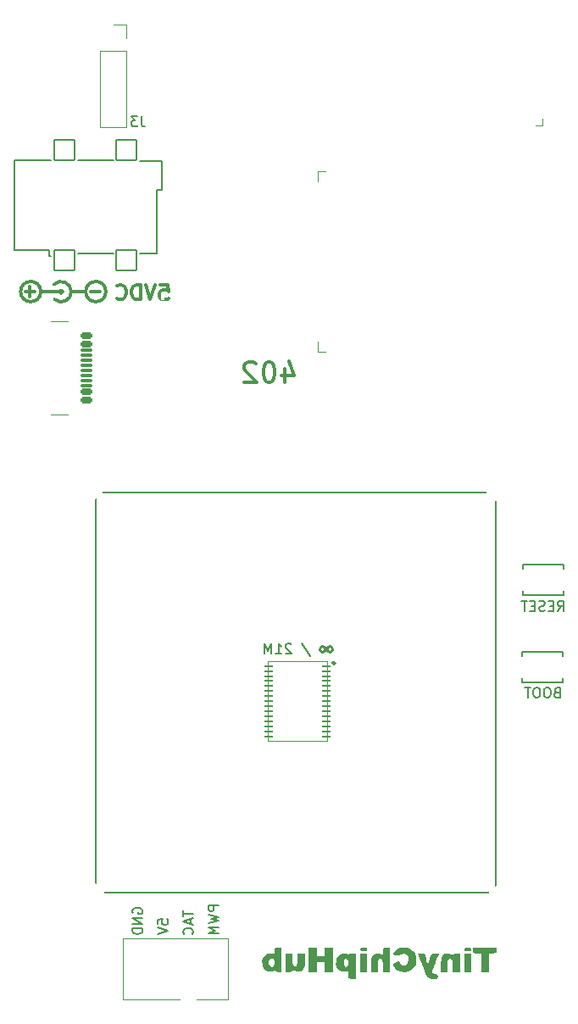
<source format=gbr>
%TF.GenerationSoftware,KiCad,Pcbnew,8.0.1*%
%TF.CreationDate,2024-06-21T14:23:06+08:00*%
%TF.ProjectId,bitaxeSupra,62697461-7865-4537-9570-72612e6b6963,rev?*%
%TF.SameCoordinates,Original*%
%TF.FileFunction,Legend,Bot*%
%TF.FilePolarity,Positive*%
%FSLAX46Y46*%
G04 Gerber Fmt 4.6, Leading zero omitted, Abs format (unit mm)*
G04 Created by KiCad (PCBNEW 8.0.1) date 2024-06-21 14:23:06*
%MOMM*%
%LPD*%
G01*
G04 APERTURE LIST*
G04 Aperture macros list*
%AMRoundRect*
0 Rectangle with rounded corners*
0 $1 Rounding radius*
0 $2 $3 $4 $5 $6 $7 $8 $9 X,Y pos of 4 corners*
0 Add a 4 corners polygon primitive as box body*
4,1,4,$2,$3,$4,$5,$6,$7,$8,$9,$2,$3,0*
0 Add four circle primitives for the rounded corners*
1,1,$1+$1,$2,$3*
1,1,$1+$1,$4,$5*
1,1,$1+$1,$6,$7*
1,1,$1+$1,$8,$9*
0 Add four rect primitives between the rounded corners*
20,1,$1+$1,$2,$3,$4,$5,0*
20,1,$1+$1,$4,$5,$6,$7,0*
20,1,$1+$1,$6,$7,$8,$9,0*
20,1,$1+$1,$8,$9,$2,$3,0*%
G04 Aperture macros list end*
%ADD10C,0.150000*%
%ADD11C,0.300000*%
%ADD12C,0.250000*%
%ADD13C,0.120000*%
%ADD14C,0.050000*%
%ADD15C,0.227485*%
%ADD16C,0.000000*%
%ADD17C,0.127000*%
%ADD18C,0.152400*%
%ADD19C,0.310000*%
%ADD20C,3.000000*%
%ADD21C,0.800000*%
%ADD22C,6.000000*%
%ADD23R,1.700000X1.700000*%
%ADD24O,1.700000X1.700000*%
%ADD25C,3.500000*%
%ADD26C,0.400000*%
%ADD27C,1.295400*%
%ADD28C,1.574800*%
%ADD29C,1.700000*%
%ADD30C,2.000000*%
%ADD31C,0.650000*%
%ADD32RoundRect,0.150000X0.425000X-0.150000X0.425000X0.150000X-0.425000X0.150000X-0.425000X-0.150000X0*%
%ADD33RoundRect,0.075000X0.500000X-0.075000X0.500000X0.075000X-0.500000X0.075000X-0.500000X-0.075000X0*%
%ADD34O,1.800000X1.000000*%
%ADD35O,2.100000X1.000000*%
%ADD36R,0.900000X1.500000*%
%ADD37R,1.500000X0.900000*%
%ADD38R,0.900000X0.900000*%
%ADD39C,0.990600*%
%ADD40C,0.787400*%
%ADD41RoundRect,0.055250X0.340750X0.055250X-0.340750X0.055250X-0.340750X-0.055250X0.340750X-0.055250X0*%
%ADD42C,1.600000*%
%ADD43C,1.800000*%
%ADD44RoundRect,0.102000X1.000000X-1.000000X1.000000X1.000000X-1.000000X1.000000X-1.000000X-1.000000X0*%
%ADD45R,0.900000X1.800000*%
G04 APERTURE END LIST*
D10*
X85450000Y-95700000D02*
X125430000Y-95700000D01*
X125430000Y-135690000D01*
X85450000Y-135690000D01*
X85450000Y-95700000D01*
X106006190Y-110747200D02*
X106863332Y-112032914D01*
X104958570Y-110890057D02*
X104910951Y-110842438D01*
X104910951Y-110842438D02*
X104815713Y-110794819D01*
X104815713Y-110794819D02*
X104577618Y-110794819D01*
X104577618Y-110794819D02*
X104482380Y-110842438D01*
X104482380Y-110842438D02*
X104434761Y-110890057D01*
X104434761Y-110890057D02*
X104387142Y-110985295D01*
X104387142Y-110985295D02*
X104387142Y-111080533D01*
X104387142Y-111080533D02*
X104434761Y-111223390D01*
X104434761Y-111223390D02*
X105006189Y-111794819D01*
X105006189Y-111794819D02*
X104387142Y-111794819D01*
X103434761Y-111794819D02*
X104006189Y-111794819D01*
X103720475Y-111794819D02*
X103720475Y-110794819D01*
X103720475Y-110794819D02*
X103815713Y-110937676D01*
X103815713Y-110937676D02*
X103910951Y-111032914D01*
X103910951Y-111032914D02*
X104006189Y-111080533D01*
X103006189Y-111794819D02*
X103006189Y-110794819D01*
X103006189Y-110794819D02*
X102672856Y-111509104D01*
X102672856Y-111509104D02*
X102339523Y-110794819D01*
X102339523Y-110794819D02*
X102339523Y-111794819D01*
X91663819Y-138827523D02*
X91663819Y-138351333D01*
X91663819Y-138351333D02*
X92140009Y-138303714D01*
X92140009Y-138303714D02*
X92092390Y-138351333D01*
X92092390Y-138351333D02*
X92044771Y-138446571D01*
X92044771Y-138446571D02*
X92044771Y-138684666D01*
X92044771Y-138684666D02*
X92092390Y-138779904D01*
X92092390Y-138779904D02*
X92140009Y-138827523D01*
X92140009Y-138827523D02*
X92235247Y-138875142D01*
X92235247Y-138875142D02*
X92473342Y-138875142D01*
X92473342Y-138875142D02*
X92568580Y-138827523D01*
X92568580Y-138827523D02*
X92616200Y-138779904D01*
X92616200Y-138779904D02*
X92663819Y-138684666D01*
X92663819Y-138684666D02*
X92663819Y-138446571D01*
X92663819Y-138446571D02*
X92616200Y-138351333D01*
X92616200Y-138351333D02*
X92568580Y-138303714D01*
X91663819Y-139160857D02*
X92663819Y-139494190D01*
X92663819Y-139494190D02*
X91663819Y-139827523D01*
D11*
X91911203Y-74930828D02*
X92625489Y-74930828D01*
X92625489Y-74930828D02*
X92696917Y-75645114D01*
X92696917Y-75645114D02*
X92625489Y-75573685D01*
X92625489Y-75573685D02*
X92482632Y-75502257D01*
X92482632Y-75502257D02*
X92125489Y-75502257D01*
X92125489Y-75502257D02*
X91982632Y-75573685D01*
X91982632Y-75573685D02*
X91911203Y-75645114D01*
X91911203Y-75645114D02*
X91839774Y-75787971D01*
X91839774Y-75787971D02*
X91839774Y-76145114D01*
X91839774Y-76145114D02*
X91911203Y-76287971D01*
X91911203Y-76287971D02*
X91982632Y-76359400D01*
X91982632Y-76359400D02*
X92125489Y-76430828D01*
X92125489Y-76430828D02*
X92482632Y-76430828D01*
X92482632Y-76430828D02*
X92625489Y-76359400D01*
X92625489Y-76359400D02*
X92696917Y-76287971D01*
X91411203Y-74930828D02*
X90911203Y-76430828D01*
X90911203Y-76430828D02*
X90411203Y-74930828D01*
X89911204Y-76430828D02*
X89911204Y-74930828D01*
X89911204Y-74930828D02*
X89554061Y-74930828D01*
X89554061Y-74930828D02*
X89339775Y-75002257D01*
X89339775Y-75002257D02*
X89196918Y-75145114D01*
X89196918Y-75145114D02*
X89125489Y-75287971D01*
X89125489Y-75287971D02*
X89054061Y-75573685D01*
X89054061Y-75573685D02*
X89054061Y-75787971D01*
X89054061Y-75787971D02*
X89125489Y-76073685D01*
X89125489Y-76073685D02*
X89196918Y-76216542D01*
X89196918Y-76216542D02*
X89339775Y-76359400D01*
X89339775Y-76359400D02*
X89554061Y-76430828D01*
X89554061Y-76430828D02*
X89911204Y-76430828D01*
X87554061Y-76287971D02*
X87625489Y-76359400D01*
X87625489Y-76359400D02*
X87839775Y-76430828D01*
X87839775Y-76430828D02*
X87982632Y-76430828D01*
X87982632Y-76430828D02*
X88196918Y-76359400D01*
X88196918Y-76359400D02*
X88339775Y-76216542D01*
X88339775Y-76216542D02*
X88411204Y-76073685D01*
X88411204Y-76073685D02*
X88482632Y-75787971D01*
X88482632Y-75787971D02*
X88482632Y-75573685D01*
X88482632Y-75573685D02*
X88411204Y-75287971D01*
X88411204Y-75287971D02*
X88339775Y-75145114D01*
X88339775Y-75145114D02*
X88196918Y-75002257D01*
X88196918Y-75002257D02*
X87982632Y-74930828D01*
X87982632Y-74930828D02*
X87839775Y-74930828D01*
X87839775Y-74930828D02*
X87625489Y-75002257D01*
X87625489Y-75002257D02*
X87554061Y-75073685D01*
X104299298Y-83346304D02*
X104299298Y-84679638D01*
X104775489Y-82584400D02*
X105251679Y-84012971D01*
X105251679Y-84012971D02*
X104013584Y-84012971D01*
X102870727Y-82679638D02*
X102680250Y-82679638D01*
X102680250Y-82679638D02*
X102489774Y-82774876D01*
X102489774Y-82774876D02*
X102394536Y-82870114D01*
X102394536Y-82870114D02*
X102299298Y-83060590D01*
X102299298Y-83060590D02*
X102204060Y-83441542D01*
X102204060Y-83441542D02*
X102204060Y-83917733D01*
X102204060Y-83917733D02*
X102299298Y-84298685D01*
X102299298Y-84298685D02*
X102394536Y-84489161D01*
X102394536Y-84489161D02*
X102489774Y-84584400D01*
X102489774Y-84584400D02*
X102680250Y-84679638D01*
X102680250Y-84679638D02*
X102870727Y-84679638D01*
X102870727Y-84679638D02*
X103061203Y-84584400D01*
X103061203Y-84584400D02*
X103156441Y-84489161D01*
X103156441Y-84489161D02*
X103251679Y-84298685D01*
X103251679Y-84298685D02*
X103346917Y-83917733D01*
X103346917Y-83917733D02*
X103346917Y-83441542D01*
X103346917Y-83441542D02*
X103251679Y-83060590D01*
X103251679Y-83060590D02*
X103156441Y-82870114D01*
X103156441Y-82870114D02*
X103061203Y-82774876D01*
X103061203Y-82774876D02*
X102870727Y-82679638D01*
X101442155Y-82870114D02*
X101346917Y-82774876D01*
X101346917Y-82774876D02*
X101156441Y-82679638D01*
X101156441Y-82679638D02*
X100680250Y-82679638D01*
X100680250Y-82679638D02*
X100489774Y-82774876D01*
X100489774Y-82774876D02*
X100394536Y-82870114D01*
X100394536Y-82870114D02*
X100299298Y-83060590D01*
X100299298Y-83060590D02*
X100299298Y-83251066D01*
X100299298Y-83251066D02*
X100394536Y-83536780D01*
X100394536Y-83536780D02*
X101537393Y-84679638D01*
X101537393Y-84679638D02*
X100299298Y-84679638D01*
D10*
X97719819Y-136958238D02*
X96719819Y-136958238D01*
X96719819Y-136958238D02*
X96719819Y-137339190D01*
X96719819Y-137339190D02*
X96767438Y-137434428D01*
X96767438Y-137434428D02*
X96815057Y-137482047D01*
X96815057Y-137482047D02*
X96910295Y-137529666D01*
X96910295Y-137529666D02*
X97053152Y-137529666D01*
X97053152Y-137529666D02*
X97148390Y-137482047D01*
X97148390Y-137482047D02*
X97196009Y-137434428D01*
X97196009Y-137434428D02*
X97243628Y-137339190D01*
X97243628Y-137339190D02*
X97243628Y-136958238D01*
X96719819Y-137863000D02*
X97719819Y-138101095D01*
X97719819Y-138101095D02*
X97005533Y-138291571D01*
X97005533Y-138291571D02*
X97719819Y-138482047D01*
X97719819Y-138482047D02*
X96719819Y-138720143D01*
X97719819Y-139101095D02*
X96719819Y-139101095D01*
X96719819Y-139101095D02*
X97434104Y-139434428D01*
X97434104Y-139434428D02*
X96719819Y-139767761D01*
X96719819Y-139767761D02*
X97719819Y-139767761D01*
D12*
X108259523Y-111149857D02*
X108069047Y-111054619D01*
X108069047Y-111054619D02*
X107878571Y-111149857D01*
X107878571Y-111149857D02*
X107783333Y-111340333D01*
X107783333Y-111340333D02*
X107878571Y-111530809D01*
X107878571Y-111530809D02*
X108069047Y-111626047D01*
X108069047Y-111626047D02*
X108259523Y-111530809D01*
X108259523Y-111530809D02*
X108640475Y-111149857D01*
X108640475Y-111149857D02*
X108830952Y-111054619D01*
X108830952Y-111054619D02*
X109021428Y-111149857D01*
X109021428Y-111149857D02*
X109116666Y-111340333D01*
X109116666Y-111340333D02*
X109021428Y-111530809D01*
X109021428Y-111530809D02*
X108830952Y-111626047D01*
X108830952Y-111626047D02*
X108640475Y-111530809D01*
X108640475Y-111530809D02*
X108259523Y-111149857D01*
D10*
X94187319Y-137482047D02*
X94187319Y-138053475D01*
X95187319Y-137767761D02*
X94187319Y-137767761D01*
X94901604Y-138339190D02*
X94901604Y-138815380D01*
X95187319Y-138243952D02*
X94187319Y-138577285D01*
X94187319Y-138577285D02*
X95187319Y-138910618D01*
X95092080Y-139815380D02*
X95139700Y-139767761D01*
X95139700Y-139767761D02*
X95187319Y-139624904D01*
X95187319Y-139624904D02*
X95187319Y-139529666D01*
X95187319Y-139529666D02*
X95139700Y-139386809D01*
X95139700Y-139386809D02*
X95044461Y-139291571D01*
X95044461Y-139291571D02*
X94949223Y-139243952D01*
X94949223Y-139243952D02*
X94758747Y-139196333D01*
X94758747Y-139196333D02*
X94615890Y-139196333D01*
X94615890Y-139196333D02*
X94425414Y-139243952D01*
X94425414Y-139243952D02*
X94330176Y-139291571D01*
X94330176Y-139291571D02*
X94234938Y-139386809D01*
X94234938Y-139386809D02*
X94187319Y-139529666D01*
X94187319Y-139529666D02*
X94187319Y-139624904D01*
X94187319Y-139624904D02*
X94234938Y-139767761D01*
X94234938Y-139767761D02*
X94282557Y-139815380D01*
X89169938Y-137720143D02*
X89122319Y-137624905D01*
X89122319Y-137624905D02*
X89122319Y-137482048D01*
X89122319Y-137482048D02*
X89169938Y-137339191D01*
X89169938Y-137339191D02*
X89265176Y-137243953D01*
X89265176Y-137243953D02*
X89360414Y-137196334D01*
X89360414Y-137196334D02*
X89550890Y-137148715D01*
X89550890Y-137148715D02*
X89693747Y-137148715D01*
X89693747Y-137148715D02*
X89884223Y-137196334D01*
X89884223Y-137196334D02*
X89979461Y-137243953D01*
X89979461Y-137243953D02*
X90074700Y-137339191D01*
X90074700Y-137339191D02*
X90122319Y-137482048D01*
X90122319Y-137482048D02*
X90122319Y-137577286D01*
X90122319Y-137577286D02*
X90074700Y-137720143D01*
X90074700Y-137720143D02*
X90027080Y-137767762D01*
X90027080Y-137767762D02*
X89693747Y-137767762D01*
X89693747Y-137767762D02*
X89693747Y-137577286D01*
X90122319Y-138196334D02*
X89122319Y-138196334D01*
X89122319Y-138196334D02*
X90122319Y-138767762D01*
X90122319Y-138767762D02*
X89122319Y-138767762D01*
X90122319Y-139243953D02*
X89122319Y-139243953D01*
X89122319Y-139243953D02*
X89122319Y-139482048D01*
X89122319Y-139482048D02*
X89169938Y-139624905D01*
X89169938Y-139624905D02*
X89265176Y-139720143D01*
X89265176Y-139720143D02*
X89360414Y-139767762D01*
X89360414Y-139767762D02*
X89550890Y-139815381D01*
X89550890Y-139815381D02*
X89693747Y-139815381D01*
X89693747Y-139815381D02*
X89884223Y-139767762D01*
X89884223Y-139767762D02*
X89979461Y-139720143D01*
X89979461Y-139720143D02*
X90074700Y-139624905D01*
X90074700Y-139624905D02*
X90122319Y-139482048D01*
X90122319Y-139482048D02*
X90122319Y-139243953D01*
X90013333Y-58134819D02*
X90013333Y-58849104D01*
X90013333Y-58849104D02*
X90060952Y-58991961D01*
X90060952Y-58991961D02*
X90156190Y-59087200D01*
X90156190Y-59087200D02*
X90299047Y-59134819D01*
X90299047Y-59134819D02*
X90394285Y-59134819D01*
X89632380Y-58134819D02*
X89013333Y-58134819D01*
X89013333Y-58134819D02*
X89346666Y-58515771D01*
X89346666Y-58515771D02*
X89203809Y-58515771D01*
X89203809Y-58515771D02*
X89108571Y-58563390D01*
X89108571Y-58563390D02*
X89060952Y-58611009D01*
X89060952Y-58611009D02*
X89013333Y-58706247D01*
X89013333Y-58706247D02*
X89013333Y-58944342D01*
X89013333Y-58944342D02*
X89060952Y-59039580D01*
X89060952Y-59039580D02*
X89108571Y-59087200D01*
X89108571Y-59087200D02*
X89203809Y-59134819D01*
X89203809Y-59134819D02*
X89489523Y-59134819D01*
X89489523Y-59134819D02*
X89584761Y-59087200D01*
X89584761Y-59087200D02*
X89632380Y-59039580D01*
X131608381Y-107530819D02*
X131941714Y-107054628D01*
X132179809Y-107530819D02*
X132179809Y-106530819D01*
X132179809Y-106530819D02*
X131798857Y-106530819D01*
X131798857Y-106530819D02*
X131703619Y-106578438D01*
X131703619Y-106578438D02*
X131656000Y-106626057D01*
X131656000Y-106626057D02*
X131608381Y-106721295D01*
X131608381Y-106721295D02*
X131608381Y-106864152D01*
X131608381Y-106864152D02*
X131656000Y-106959390D01*
X131656000Y-106959390D02*
X131703619Y-107007009D01*
X131703619Y-107007009D02*
X131798857Y-107054628D01*
X131798857Y-107054628D02*
X132179809Y-107054628D01*
X131179809Y-107007009D02*
X130846476Y-107007009D01*
X130703619Y-107530819D02*
X131179809Y-107530819D01*
X131179809Y-107530819D02*
X131179809Y-106530819D01*
X131179809Y-106530819D02*
X130703619Y-106530819D01*
X130322666Y-107483200D02*
X130179809Y-107530819D01*
X130179809Y-107530819D02*
X129941714Y-107530819D01*
X129941714Y-107530819D02*
X129846476Y-107483200D01*
X129846476Y-107483200D02*
X129798857Y-107435580D01*
X129798857Y-107435580D02*
X129751238Y-107340342D01*
X129751238Y-107340342D02*
X129751238Y-107245104D01*
X129751238Y-107245104D02*
X129798857Y-107149866D01*
X129798857Y-107149866D02*
X129846476Y-107102247D01*
X129846476Y-107102247D02*
X129941714Y-107054628D01*
X129941714Y-107054628D02*
X130132190Y-107007009D01*
X130132190Y-107007009D02*
X130227428Y-106959390D01*
X130227428Y-106959390D02*
X130275047Y-106911771D01*
X130275047Y-106911771D02*
X130322666Y-106816533D01*
X130322666Y-106816533D02*
X130322666Y-106721295D01*
X130322666Y-106721295D02*
X130275047Y-106626057D01*
X130275047Y-106626057D02*
X130227428Y-106578438D01*
X130227428Y-106578438D02*
X130132190Y-106530819D01*
X130132190Y-106530819D02*
X129894095Y-106530819D01*
X129894095Y-106530819D02*
X129751238Y-106578438D01*
X129322666Y-107007009D02*
X128989333Y-107007009D01*
X128846476Y-107530819D02*
X129322666Y-107530819D01*
X129322666Y-107530819D02*
X129322666Y-106530819D01*
X129322666Y-106530819D02*
X128846476Y-106530819D01*
X128560761Y-106530819D02*
X127989333Y-106530819D01*
X128275047Y-107530819D02*
X128275047Y-106530819D01*
D11*
X79364930Y-75636649D02*
X78412550Y-75636649D01*
X78888740Y-76112839D02*
X78888740Y-75160458D01*
X85874930Y-75626649D02*
X84922550Y-75626649D01*
D10*
X131514142Y-115659009D02*
X131371285Y-115706628D01*
X131371285Y-115706628D02*
X131323666Y-115754247D01*
X131323666Y-115754247D02*
X131276047Y-115849485D01*
X131276047Y-115849485D02*
X131276047Y-115992342D01*
X131276047Y-115992342D02*
X131323666Y-116087580D01*
X131323666Y-116087580D02*
X131371285Y-116135200D01*
X131371285Y-116135200D02*
X131466523Y-116182819D01*
X131466523Y-116182819D02*
X131847475Y-116182819D01*
X131847475Y-116182819D02*
X131847475Y-115182819D01*
X131847475Y-115182819D02*
X131514142Y-115182819D01*
X131514142Y-115182819D02*
X131418904Y-115230438D01*
X131418904Y-115230438D02*
X131371285Y-115278057D01*
X131371285Y-115278057D02*
X131323666Y-115373295D01*
X131323666Y-115373295D02*
X131323666Y-115468533D01*
X131323666Y-115468533D02*
X131371285Y-115563771D01*
X131371285Y-115563771D02*
X131418904Y-115611390D01*
X131418904Y-115611390D02*
X131514142Y-115659009D01*
X131514142Y-115659009D02*
X131847475Y-115659009D01*
X130656999Y-115182819D02*
X130466523Y-115182819D01*
X130466523Y-115182819D02*
X130371285Y-115230438D01*
X130371285Y-115230438D02*
X130276047Y-115325676D01*
X130276047Y-115325676D02*
X130228428Y-115516152D01*
X130228428Y-115516152D02*
X130228428Y-115849485D01*
X130228428Y-115849485D02*
X130276047Y-116039961D01*
X130276047Y-116039961D02*
X130371285Y-116135200D01*
X130371285Y-116135200D02*
X130466523Y-116182819D01*
X130466523Y-116182819D02*
X130656999Y-116182819D01*
X130656999Y-116182819D02*
X130752237Y-116135200D01*
X130752237Y-116135200D02*
X130847475Y-116039961D01*
X130847475Y-116039961D02*
X130895094Y-115849485D01*
X130895094Y-115849485D02*
X130895094Y-115516152D01*
X130895094Y-115516152D02*
X130847475Y-115325676D01*
X130847475Y-115325676D02*
X130752237Y-115230438D01*
X130752237Y-115230438D02*
X130656999Y-115182819D01*
X129609380Y-115182819D02*
X129418904Y-115182819D01*
X129418904Y-115182819D02*
X129323666Y-115230438D01*
X129323666Y-115230438D02*
X129228428Y-115325676D01*
X129228428Y-115325676D02*
X129180809Y-115516152D01*
X129180809Y-115516152D02*
X129180809Y-115849485D01*
X129180809Y-115849485D02*
X129228428Y-116039961D01*
X129228428Y-116039961D02*
X129323666Y-116135200D01*
X129323666Y-116135200D02*
X129418904Y-116182819D01*
X129418904Y-116182819D02*
X129609380Y-116182819D01*
X129609380Y-116182819D02*
X129704618Y-116135200D01*
X129704618Y-116135200D02*
X129799856Y-116039961D01*
X129799856Y-116039961D02*
X129847475Y-115849485D01*
X129847475Y-115849485D02*
X129847475Y-115516152D01*
X129847475Y-115516152D02*
X129799856Y-115325676D01*
X129799856Y-115325676D02*
X129704618Y-115230438D01*
X129704618Y-115230438D02*
X129609380Y-115182819D01*
X128895094Y-115182819D02*
X128323666Y-115182819D01*
X128609380Y-116182819D02*
X128609380Y-115182819D01*
D13*
%TO.C,J6*%
X88198600Y-140193000D02*
X98663400Y-140193000D01*
X88198600Y-146289000D02*
X88198600Y-140193000D01*
X93861825Y-146289000D02*
X88198600Y-146289000D01*
X98663400Y-140193000D02*
X98663400Y-146289000D01*
X98663400Y-146289000D02*
X95540175Y-146289000D01*
%TO.C,J3*%
X85875000Y-51562000D02*
X85875000Y-59242000D01*
X88535000Y-48962000D02*
X87205000Y-48962000D01*
X88535000Y-50292000D02*
X88535000Y-48962000D01*
X88535000Y-51562000D02*
X85875000Y-51562000D01*
X88535000Y-51562000D02*
X88535000Y-59242000D01*
X88535000Y-59242000D02*
X85875000Y-59242000D01*
%TO.C,J5*%
X80965000Y-78590000D02*
X82665000Y-78590000D01*
X80965000Y-87930000D02*
X82665000Y-87930000D01*
%TO.C,U4*%
X107680000Y-63610000D02*
X107680000Y-64610000D01*
X107680000Y-81610000D02*
X107680000Y-80610000D01*
X108430000Y-63610000D02*
X107680000Y-63610000D01*
X108430000Y-81610000D02*
X107680000Y-81610000D01*
%TO.C,J2*%
X129400000Y-59000000D02*
X130035000Y-59000000D01*
X130035000Y-59000000D02*
X130035000Y-58365000D01*
%TO.C,U8*%
D14*
X108610562Y-112546000D02*
X102610562Y-112546000D01*
X102610562Y-120546000D01*
X108610562Y-120546000D01*
X108610562Y-112546000D01*
D15*
X109344304Y-112746000D02*
G75*
G02*
X109116820Y-112746000I-113742J0D01*
G01*
X109116820Y-112746000D02*
G75*
G02*
X109344304Y-112746000I113742J0D01*
G01*
D16*
%TO.C,G\u002A\u002A\u002A*%
G36*
X118501554Y-95339509D02*
G01*
X118504814Y-95345777D01*
X118487663Y-95353401D01*
X118476632Y-95351897D01*
X118473772Y-95339509D01*
X118476826Y-95337016D01*
X118501554Y-95339509D01*
G37*
D17*
%TO.C,J1*%
X77330000Y-62500000D02*
X77330000Y-71500000D01*
X80830000Y-71500000D02*
X77330000Y-71500000D01*
X80830000Y-71500000D02*
X80830000Y-72100000D01*
X81010000Y-62500000D02*
X77330000Y-62500000D01*
X81010000Y-72100000D02*
X80830000Y-72100000D01*
X83650000Y-62500000D02*
X87210000Y-62500000D01*
X83650000Y-71850000D02*
X87210000Y-71850000D01*
X89850000Y-62600000D02*
X92030000Y-62600000D01*
X91530000Y-65450000D02*
X91530000Y-71850000D01*
X91530000Y-65450000D02*
X92030000Y-65450000D01*
X91530000Y-71850000D02*
X89850000Y-71850000D01*
X92030000Y-62600000D02*
X92030000Y-65450000D01*
D18*
%TO.C,SW1*%
X128154000Y-102924000D02*
X132218000Y-102924000D01*
X128154000Y-103353260D02*
X128154000Y-102924000D01*
X128154000Y-105972000D02*
X128154000Y-105542740D01*
X132218000Y-102924000D02*
X132218000Y-103353260D01*
X132218000Y-105542740D02*
X132218000Y-105972000D01*
X132218000Y-105972000D02*
X128154000Y-105972000D01*
D11*
%TO.C,U1*%
X81994918Y-75631416D02*
X79965083Y-75631416D01*
X83014188Y-75631416D02*
X84454917Y-75631416D01*
X81289918Y-74916416D02*
G75*
G02*
X81335888Y-76408739I709999J-724999D01*
G01*
X79965083Y-75631416D02*
G75*
G02*
X77949917Y-75631416I-1007583J0D01*
G01*
X77949917Y-75631416D02*
G75*
G02*
X79965083Y-75631416I1007583J0D01*
G01*
D19*
X82154918Y-75641416D02*
G75*
G02*
X81844918Y-75641416I-155000J0D01*
G01*
X81844918Y-75641416D02*
G75*
G02*
X82154918Y-75641416I155000J0D01*
G01*
D11*
X86470083Y-75631416D02*
G75*
G02*
X84454917Y-75631416I-1007583J0D01*
G01*
X84454917Y-75631416D02*
G75*
G02*
X86470083Y-75631416I1007583J0D01*
G01*
D18*
%TO.C,SW2*%
X128050000Y-111631000D02*
X132114000Y-111631000D01*
X128050000Y-112060260D02*
X128050000Y-111631000D01*
X128050000Y-114679000D02*
X128050000Y-114249740D01*
X132114000Y-111631000D02*
X132114000Y-112060260D01*
X132114000Y-114249740D02*
X132114000Y-114679000D01*
X132114000Y-114679000D02*
X128050000Y-114679000D01*
D16*
%TO.C,G\u002A\u002A\u002A*%
G36*
X112564131Y-142650966D02*
G01*
X112564131Y-143582626D01*
X112220888Y-143582626D01*
X111877645Y-143582626D01*
X111877645Y-142650966D01*
X111877645Y-141719305D01*
X112220888Y-141719305D01*
X112564131Y-141719305D01*
X112564131Y-142650966D01*
G37*
G36*
X122959498Y-142650966D02*
G01*
X122959498Y-143582626D01*
X122616255Y-143582626D01*
X122273012Y-143582626D01*
X122273012Y-142650966D01*
X122273012Y-141719305D01*
X122616255Y-141719305D01*
X122959498Y-141719305D01*
X122959498Y-142650966D01*
G37*
G36*
X112375843Y-141137300D02*
G01*
X112525736Y-141191844D01*
X112564131Y-141327027D01*
X112552911Y-141415573D01*
X112457458Y-141501226D01*
X112220888Y-141523166D01*
X112065933Y-141516755D01*
X111916041Y-141462211D01*
X111877645Y-141327027D01*
X111888865Y-141238482D01*
X111984318Y-141152829D01*
X112220888Y-141130888D01*
X112375843Y-141137300D01*
G37*
G36*
X122771210Y-141137300D02*
G01*
X122921102Y-141191844D01*
X122959498Y-141327027D01*
X122948278Y-141415573D01*
X122852825Y-141501226D01*
X122616255Y-141523166D01*
X122461300Y-141516755D01*
X122311407Y-141462211D01*
X122273012Y-141327027D01*
X122284231Y-141238482D01*
X122379684Y-141152829D01*
X122616255Y-141130888D01*
X122771210Y-141137300D01*
G37*
G36*
X125509305Y-141425097D02*
G01*
X125508686Y-141488272D01*
X125480375Y-141644729D01*
X125368559Y-141707687D01*
X125117027Y-141719305D01*
X124724749Y-141719305D01*
X124724749Y-142650966D01*
X124724749Y-143582626D01*
X124332471Y-143582626D01*
X123940193Y-143582626D01*
X123940193Y-142650966D01*
X123940193Y-141719305D01*
X123547915Y-141719305D01*
X123463681Y-141718841D01*
X123255073Y-141697608D01*
X123171128Y-141613746D01*
X123155637Y-141425097D01*
X123155637Y-141130888D01*
X124332471Y-141130888D01*
X125509305Y-141130888D01*
X125509305Y-141425097D01*
G37*
G36*
X107562587Y-141572201D02*
G01*
X107562587Y-142013514D01*
X107954865Y-142013514D01*
X108347143Y-142013514D01*
X108347143Y-141572201D01*
X108347143Y-141130888D01*
X108739421Y-141130888D01*
X109131699Y-141130888D01*
X109131699Y-142356757D01*
X109131699Y-143582626D01*
X108739421Y-143582626D01*
X108347143Y-143582626D01*
X108347143Y-143092278D01*
X108347143Y-142601931D01*
X107954865Y-142601931D01*
X107562587Y-142601931D01*
X107562587Y-143092278D01*
X107562587Y-143582626D01*
X107121274Y-143582626D01*
X106679961Y-143582626D01*
X106679961Y-142356757D01*
X106679961Y-141130888D01*
X107121274Y-141130888D01*
X107562587Y-141130888D01*
X107562587Y-141572201D01*
G37*
G36*
X105110849Y-142239944D02*
G01*
X105140599Y-142602322D01*
X105224260Y-142889926D01*
X105345579Y-143051666D01*
X105488250Y-143052438D01*
X105538098Y-142965163D01*
X105584142Y-142713790D01*
X105601197Y-142350969D01*
X105601197Y-141719305D01*
X105993475Y-141719305D01*
X106385753Y-141719305D01*
X106385753Y-142301338D01*
X106383020Y-142453760D01*
X106331124Y-142937909D01*
X106220589Y-143300222D01*
X106060892Y-143505576D01*
X105897308Y-143564163D01*
X105591224Y-143568408D01*
X105300541Y-143481106D01*
X105170882Y-143429678D01*
X105110849Y-143481106D01*
X105107880Y-143494440D01*
X104994467Y-143557131D01*
X104767606Y-143582626D01*
X104424363Y-143582626D01*
X104424363Y-142650966D01*
X104424363Y-141719305D01*
X104767606Y-141719305D01*
X105110849Y-141719305D01*
X105110849Y-142239944D01*
G37*
G36*
X121880734Y-142650966D02*
G01*
X121880734Y-143582626D01*
X121488456Y-143582626D01*
X121096178Y-143582626D01*
X121096178Y-142942096D01*
X121095615Y-142840305D01*
X121077983Y-142509302D01*
X121028878Y-142323216D01*
X120939176Y-142241319D01*
X120840144Y-142223564D01*
X120708668Y-142316058D01*
X120632606Y-142577498D01*
X120607332Y-143018726D01*
X120605830Y-143582626D01*
X120262587Y-143582626D01*
X119919344Y-143582626D01*
X119919344Y-142868926D01*
X119920401Y-142751623D01*
X119960445Y-142268656D01*
X120066416Y-141949537D01*
X120249221Y-141773383D01*
X120519769Y-141719305D01*
X120765431Y-141745383D01*
X121004555Y-141820825D01*
X121134215Y-141872254D01*
X121194247Y-141820825D01*
X121197216Y-141807492D01*
X121310630Y-141744800D01*
X121537490Y-141719305D01*
X121880734Y-141719305D01*
X121880734Y-142650966D01*
G37*
G36*
X114819730Y-142356757D02*
G01*
X114819730Y-143582626D01*
X114476486Y-143582626D01*
X114133243Y-143582626D01*
X114131742Y-143018726D01*
X114123646Y-142750004D01*
X114070639Y-142410311D01*
X113964265Y-142244364D01*
X113799898Y-142241319D01*
X113775000Y-142253170D01*
X113695526Y-142355602D01*
X113654532Y-142571667D01*
X113642896Y-142942096D01*
X113642896Y-143582626D01*
X113299653Y-143582626D01*
X112956409Y-143582626D01*
X112956409Y-142830309D01*
X112956795Y-142739658D01*
X112975266Y-142328624D01*
X113026780Y-142062402D01*
X113118713Y-141898649D01*
X113229885Y-141814606D01*
X113503920Y-141731107D01*
X113796931Y-141736428D01*
X114015560Y-141836989D01*
X114078926Y-141874729D01*
X114121451Y-141792912D01*
X114133243Y-141542780D01*
X114134488Y-141393874D01*
X114161757Y-141210953D01*
X114260415Y-141141700D01*
X114476486Y-141130888D01*
X114819730Y-141130888D01*
X114819730Y-142356757D01*
G37*
G36*
X111485367Y-142994209D02*
G01*
X111485367Y-144269112D01*
X111093089Y-144269112D01*
X110959207Y-144268193D01*
X110777908Y-144240204D01*
X110710649Y-144131285D01*
X110700811Y-143886166D01*
X110700811Y-143503220D01*
X110319918Y-143554309D01*
X109997355Y-143539311D01*
X109700285Y-143379069D01*
X109511535Y-143093328D01*
X109449678Y-142712483D01*
X109461473Y-142649623D01*
X110259498Y-142649623D01*
X110263910Y-142791329D01*
X110313009Y-142995353D01*
X110431416Y-143073666D01*
X110580554Y-143049841D01*
X110680119Y-142870141D01*
X110683607Y-142536663D01*
X110683291Y-142533931D01*
X110613901Y-142321332D01*
X110455637Y-142258688D01*
X110342979Y-142280568D01*
X110276067Y-142393517D01*
X110259498Y-142649623D01*
X109461473Y-142649623D01*
X109533285Y-142266926D01*
X109586467Y-142137228D01*
X109814617Y-141844348D01*
X110126424Y-141725929D01*
X110508195Y-141788686D01*
X110528480Y-141796128D01*
X110720362Y-141840455D01*
X110798880Y-141808856D01*
X110801834Y-141797126D01*
X110915220Y-141741805D01*
X111142124Y-141719305D01*
X111485367Y-141719305D01*
X111485367Y-142536663D01*
X111485367Y-142994209D01*
G37*
G36*
X104032085Y-143582626D02*
G01*
X103737876Y-143582626D01*
X103734325Y-143582619D01*
X103528923Y-143555963D01*
X103443668Y-143493075D01*
X103443627Y-143491488D01*
X103362167Y-143459621D01*
X103166755Y-143508047D01*
X102964940Y-143561343D01*
X102609806Y-143530234D01*
X102326344Y-143337883D01*
X102138618Y-143005254D01*
X102104341Y-142777185D01*
X102768024Y-142777185D01*
X102874865Y-142974595D01*
X102939651Y-143031888D01*
X103051390Y-143092278D01*
X103109493Y-143083352D01*
X103253784Y-142956952D01*
X103325765Y-142737279D01*
X103311860Y-142496735D01*
X103198494Y-142307722D01*
X103160061Y-142280236D01*
X102989512Y-142256776D01*
X102850533Y-142366379D01*
X102768309Y-142557147D01*
X102768024Y-142777185D01*
X102104341Y-142777185D01*
X102070695Y-142553309D01*
X102104544Y-142292897D01*
X102279443Y-141971205D01*
X102575371Y-141779744D01*
X102960776Y-141747095D01*
X103086658Y-141763253D01*
X103268076Y-141763602D01*
X103335608Y-141677894D01*
X103345598Y-141464800D01*
X103345627Y-141444628D01*
X103364341Y-141231368D01*
X103458721Y-141146268D01*
X103688842Y-141130888D01*
X104032085Y-141130888D01*
X104032085Y-142356757D01*
X104032085Y-142737279D01*
X104032085Y-143582626D01*
G37*
G36*
X116652305Y-141153016D02*
G01*
X116886911Y-141249976D01*
X117134170Y-141464325D01*
X117261031Y-141597210D01*
X117396363Y-141792453D01*
X117454937Y-142018112D01*
X117467606Y-142356757D01*
X117464013Y-142573030D01*
X117428276Y-142835646D01*
X117328612Y-143033508D01*
X117134170Y-143249190D01*
X116895628Y-143457636D01*
X116662202Y-143558468D01*
X116344744Y-143582626D01*
X115856385Y-143523403D01*
X115468457Y-143338388D01*
X115226405Y-143035680D01*
X115204886Y-142986437D01*
X115159644Y-142780974D01*
X115257149Y-142654660D01*
X115524063Y-142565363D01*
X115580284Y-142553422D01*
X115759908Y-142562461D01*
X115849325Y-142699578D01*
X115879596Y-142764672D01*
X116064780Y-142919016D01*
X116314338Y-142971112D01*
X116537219Y-142895082D01*
X116551687Y-142881523D01*
X116647492Y-142673361D01*
X116683050Y-142342647D01*
X116667549Y-142072181D01*
X116597287Y-141905130D01*
X116441894Y-141801361D01*
X116401657Y-141783922D01*
X116184452Y-141747645D01*
X115957057Y-141851149D01*
X115784379Y-141934027D01*
X115413657Y-141950871D01*
X115337311Y-141934802D01*
X115157548Y-141868895D01*
X115146218Y-141759840D01*
X115287740Y-141559162D01*
X115508291Y-141345260D01*
X115864731Y-141181073D01*
X116343167Y-141130888D01*
X116652305Y-141153016D01*
G37*
G36*
X118126528Y-141723232D02*
G01*
X118273086Y-141768749D01*
X118364877Y-141906124D01*
X118450675Y-142185136D01*
X118517522Y-142425410D01*
X118599742Y-142660666D01*
X118667297Y-142714207D01*
X118739151Y-142591639D01*
X118834266Y-142298572D01*
X118925621Y-142015840D01*
X119018053Y-141843712D01*
X119147060Y-141767370D01*
X119358363Y-141737903D01*
X119423448Y-141733378D01*
X119637037Y-141734744D01*
X119723205Y-141763839D01*
X119712785Y-141803414D01*
X119645008Y-141993409D01*
X119528084Y-142298478D01*
X119378332Y-142675482D01*
X119298091Y-142881364D01*
X119172177Y-143240894D01*
X119095063Y-143514390D01*
X119081046Y-143654758D01*
X119171612Y-143735199D01*
X119376883Y-143778765D01*
X119427475Y-143780028D01*
X119585286Y-143838085D01*
X119625135Y-144023939D01*
X119624223Y-144074742D01*
X119590227Y-144203429D01*
X119467516Y-144257867D01*
X119202566Y-144269112D01*
X119108383Y-144266272D01*
X118814063Y-144223778D01*
X118614992Y-144146526D01*
X118547784Y-144049204D01*
X118424459Y-143802493D01*
X118269765Y-143455166D01*
X118101964Y-143052467D01*
X117939319Y-142639641D01*
X117800094Y-142261934D01*
X117702550Y-141964591D01*
X117664951Y-141792858D01*
X117666585Y-141785271D01*
X117772786Y-141738442D01*
X117994243Y-141719305D01*
X118126528Y-141723232D01*
G37*
%TD*%
%LPC*%
D13*
%TO.C,U4*%
X133180000Y-81610000D02*
X133180000Y-63610000D01*
%TO.C,U8*%
X105320562Y-112746000D02*
X103540562Y-112746000D01*
X103540562Y-114616000D01*
X105320562Y-114616000D01*
X105320562Y-112746000D01*
G36*
X105320562Y-112746000D02*
G01*
X103540562Y-112746000D01*
X103540562Y-114616000D01*
X105320562Y-114616000D01*
X105320562Y-112746000D01*
G37*
X105320562Y-115206000D02*
X103520562Y-115206000D01*
X103520562Y-117566000D01*
X105320562Y-117566000D01*
X105320562Y-115206000D01*
G36*
X105320562Y-115206000D02*
G01*
X103520562Y-115206000D01*
X103520562Y-117566000D01*
X105320562Y-117566000D01*
X105320562Y-115206000D01*
G37*
X105340562Y-118016000D02*
X103540562Y-118016000D01*
X103540562Y-120376000D01*
X105340562Y-120376000D01*
X105340562Y-118016000D01*
G36*
X105340562Y-118016000D02*
G01*
X103540562Y-118016000D01*
X103540562Y-120376000D01*
X105340562Y-120376000D01*
X105340562Y-118016000D01*
G37*
X107690562Y-112746000D02*
X105910562Y-112746000D01*
X105910562Y-114626000D01*
X107690562Y-114626000D01*
X107690562Y-112746000D01*
G36*
X107690562Y-112746000D02*
G01*
X105910562Y-112746000D01*
X105910562Y-114626000D01*
X107690562Y-114626000D01*
X107690562Y-112746000D01*
G37*
X107690562Y-115196000D02*
X105890562Y-115196000D01*
X105890562Y-117556000D01*
X107690562Y-117556000D01*
X107690562Y-115196000D01*
G36*
X107690562Y-115196000D02*
G01*
X105890562Y-115196000D01*
X105890562Y-117556000D01*
X107690562Y-117556000D01*
X107690562Y-115196000D01*
G37*
X107690562Y-118016000D02*
X105890562Y-118016000D01*
X105890562Y-120376000D01*
X107690562Y-120376000D01*
X107690562Y-118016000D01*
G36*
X107690562Y-118016000D02*
G01*
X105890562Y-118016000D01*
X105890562Y-120376000D01*
X107690562Y-120376000D01*
X107690562Y-118016000D01*
G37*
D16*
%TO.C,G\u002A\u002A\u002A*%
G36*
X110835225Y-83669191D02*
G01*
X111225774Y-84059740D01*
X110840646Y-84445290D01*
X110743775Y-84541920D01*
X110649131Y-84635592D01*
X110567917Y-84715197D01*
X110504115Y-84776859D01*
X110461707Y-84816699D01*
X110444677Y-84830841D01*
X110429633Y-84818501D01*
X110388808Y-84780268D01*
X110326321Y-84719953D01*
X110246154Y-84641434D01*
X110152289Y-84548587D01*
X110048708Y-84445290D01*
X109663579Y-84059740D01*
X110054128Y-83669191D01*
X110444677Y-83278642D01*
X110835225Y-83669191D01*
G37*
G36*
X106952962Y-84218195D02*
G01*
X107012788Y-84384727D01*
X107130174Y-84656382D01*
X107260097Y-84893409D01*
X107401616Y-85094547D01*
X107553792Y-85258537D01*
X107715685Y-85384116D01*
X107886356Y-85470027D01*
X107916657Y-85479077D01*
X107996489Y-85494470D01*
X108098933Y-85507422D01*
X108211773Y-85516200D01*
X108448024Y-85528872D01*
X108633717Y-85851383D01*
X108687239Y-85945026D01*
X108740061Y-86039000D01*
X108781920Y-86115205D01*
X108809482Y-86167559D01*
X108819410Y-86189981D01*
X108812654Y-86193248D01*
X108772106Y-86198329D01*
X108701063Y-86202393D01*
X108606604Y-86205090D01*
X108495806Y-86206067D01*
X108172203Y-86206067D01*
X108178046Y-87763614D01*
X108179056Y-88029567D01*
X108180108Y-88286071D01*
X108181182Y-88506491D01*
X108182369Y-88693760D01*
X108183761Y-88850811D01*
X108185446Y-88980576D01*
X108187518Y-89085988D01*
X108190065Y-89169980D01*
X108193180Y-89235484D01*
X108196952Y-89285434D01*
X108201474Y-89322762D01*
X108206835Y-89350400D01*
X108213126Y-89371282D01*
X108220439Y-89388341D01*
X108228864Y-89404508D01*
X108261787Y-89457864D01*
X108349332Y-89557893D01*
X108450475Y-89629877D01*
X108508694Y-89659932D01*
X108417585Y-89713326D01*
X108319765Y-89792653D01*
X108242377Y-89900266D01*
X108195128Y-90023485D01*
X108193591Y-90033321D01*
X108189824Y-90086905D01*
X108186397Y-90179408D01*
X108183334Y-90308844D01*
X108180661Y-90473224D01*
X108178401Y-90670562D01*
X108176578Y-90898870D01*
X108175218Y-91156162D01*
X108174344Y-91440449D01*
X108173980Y-91749745D01*
X108173471Y-93386531D01*
X107742630Y-93787538D01*
X107311790Y-94188545D01*
X107277386Y-94097910D01*
X107247290Y-94032073D01*
X107177868Y-93916154D01*
X107082976Y-93783702D01*
X106967059Y-93640128D01*
X106834561Y-93490847D01*
X106689927Y-93341272D01*
X106537600Y-93196816D01*
X106483754Y-93146978D01*
X106402109Y-93067371D01*
X106327474Y-92990122D01*
X106262576Y-92918696D01*
X106210143Y-92856560D01*
X106172904Y-92807181D01*
X106153586Y-92774024D01*
X106154918Y-92760556D01*
X106179628Y-92770243D01*
X106230444Y-92806551D01*
X106299366Y-92857410D01*
X106369454Y-92896819D01*
X106436950Y-92916253D01*
X106516137Y-92921454D01*
X106532152Y-92921097D01*
X106642284Y-92901731D01*
X106745371Y-92857661D01*
X106824867Y-92795630D01*
X106826684Y-92793536D01*
X106833773Y-92782700D01*
X106839814Y-92766544D01*
X106844873Y-92742039D01*
X106849018Y-92706155D01*
X106852314Y-92655863D01*
X106854829Y-92588133D01*
X106856628Y-92499937D01*
X106857778Y-92388244D01*
X106858346Y-92250025D01*
X106858398Y-92082251D01*
X106858000Y-91881892D01*
X106857219Y-91645920D01*
X106856122Y-91371304D01*
X106850337Y-89987937D01*
X106790861Y-89886750D01*
X106733692Y-89809469D01*
X106627929Y-89721251D01*
X106524473Y-89656939D01*
X106595168Y-89620671D01*
X106660367Y-89577358D01*
X106737556Y-89503287D01*
X106800898Y-89418954D01*
X106838416Y-89338263D01*
X106840403Y-89327806D01*
X106845101Y-89272011D01*
X106849184Y-89174805D01*
X106852651Y-89036374D01*
X106855498Y-88856905D01*
X106857723Y-88636583D01*
X106859323Y-88375593D01*
X106860296Y-88074124D01*
X106860639Y-87732359D01*
X106860755Y-86206067D01*
X106708307Y-86206067D01*
X106555859Y-86206067D01*
X106282673Y-85867470D01*
X106009487Y-85528872D01*
X106435121Y-85523240D01*
X106860755Y-85517608D01*
X106861024Y-84731444D01*
X106861292Y-83945279D01*
X106952962Y-84218195D01*
G37*
G36*
X110875684Y-85508401D02*
G01*
X110901173Y-85546235D01*
X110945271Y-85612062D01*
X111005209Y-85701741D01*
X111078222Y-85811131D01*
X111161542Y-85936090D01*
X111252402Y-86072478D01*
X111628268Y-86636921D01*
X111578013Y-86701135D01*
X111533263Y-86747758D01*
X111443903Y-86815237D01*
X111334780Y-86877924D01*
X111218190Y-86928062D01*
X111111453Y-86965971D01*
X111111453Y-88107771D01*
X111111446Y-88275760D01*
X111111559Y-88507622D01*
X111112114Y-88703489D01*
X111113445Y-88866832D01*
X111115885Y-89001120D01*
X111119767Y-89109823D01*
X111125425Y-89196412D01*
X111133192Y-89264355D01*
X111143400Y-89317123D01*
X111156384Y-89358185D01*
X111172477Y-89391011D01*
X111192011Y-89419071D01*
X111215321Y-89445835D01*
X111242739Y-89474772D01*
X111256864Y-89488805D01*
X111322178Y-89541654D01*
X111387734Y-89580913D01*
X111466066Y-89616790D01*
X111381498Y-89654924D01*
X111375494Y-89657712D01*
X111281872Y-89720387D01*
X111198671Y-89808646D01*
X111140101Y-89907615D01*
X111138050Y-89913353D01*
X111132956Y-89936914D01*
X111128511Y-89974168D01*
X111124674Y-90027659D01*
X111121401Y-90099929D01*
X111118649Y-90193524D01*
X111116374Y-90310985D01*
X111114534Y-90454858D01*
X111113085Y-90627686D01*
X111111983Y-90832012D01*
X111111187Y-91070380D01*
X111110652Y-91345334D01*
X111110335Y-91659417D01*
X111109217Y-93342654D01*
X110688391Y-93742728D01*
X110674494Y-93755934D01*
X110565705Y-93858938D01*
X110467267Y-93951493D01*
X110383136Y-94029930D01*
X110317265Y-94090579D01*
X110273609Y-94129771D01*
X110256123Y-94143836D01*
X110253726Y-94142893D01*
X110237968Y-94118544D01*
X110218096Y-94071351D01*
X110201334Y-94030446D01*
X110153397Y-93941437D01*
X110083781Y-93838666D01*
X109990413Y-93719559D01*
X109871219Y-93581541D01*
X109724123Y-93422036D01*
X109547051Y-93238470D01*
X109543132Y-93234475D01*
X109396872Y-93084228D01*
X109277197Y-92958886D01*
X109184596Y-92859026D01*
X109119552Y-92785223D01*
X109082554Y-92738053D01*
X109074086Y-92718092D01*
X109094636Y-92725916D01*
X109144690Y-92762100D01*
X109161332Y-92775007D01*
X109222126Y-92820072D01*
X109267670Y-92847117D01*
X109311821Y-92863145D01*
X109368432Y-92875156D01*
X109424247Y-92880245D01*
X109532354Y-92868158D01*
X109635541Y-92832791D01*
X109716601Y-92778902D01*
X109777901Y-92720173D01*
X109777784Y-91364474D01*
X109777450Y-91061641D01*
X109776407Y-90777058D01*
X109774652Y-90533703D01*
X109772182Y-90331350D01*
X109768993Y-90169770D01*
X109765081Y-90048738D01*
X109760444Y-89968026D01*
X109755076Y-89927406D01*
X109729641Y-89873164D01*
X109684106Y-89807892D01*
X109627056Y-89741021D01*
X109567001Y-89681715D01*
X109512452Y-89639140D01*
X109471918Y-89622460D01*
X109461738Y-89621456D01*
X109460241Y-89611288D01*
X109496605Y-89588775D01*
X109590651Y-89524440D01*
X109677420Y-89436473D01*
X109738314Y-89341998D01*
X109739156Y-89340168D01*
X109746794Y-89321373D01*
X109753334Y-89298885D01*
X109758862Y-89269539D01*
X109763465Y-89230169D01*
X109767229Y-89177612D01*
X109770239Y-89108701D01*
X109772582Y-89020272D01*
X109774344Y-88909160D01*
X109775610Y-88772200D01*
X109776467Y-88606226D01*
X109777001Y-88408073D01*
X109777298Y-88174578D01*
X109777443Y-87902574D01*
X109777901Y-86546497D01*
X109723429Y-86517344D01*
X109717003Y-86513566D01*
X109670874Y-86477206D01*
X109611948Y-86421367D01*
X109551012Y-86357292D01*
X109498855Y-86296221D01*
X109466268Y-86249396D01*
X109462396Y-86239552D01*
X109467939Y-86227474D01*
X109494743Y-86220368D01*
X109549610Y-86216913D01*
X109639339Y-86215787D01*
X109644743Y-86215764D01*
X109745420Y-86213103D01*
X109821565Y-86204306D01*
X109889472Y-86186406D01*
X109965431Y-86156439D01*
X110083913Y-86098122D01*
X110261573Y-85989272D01*
X110451696Y-85850389D01*
X110649303Y-85684906D01*
X110675153Y-85662002D01*
X110750198Y-85596617D01*
X110811604Y-85544759D01*
X110853607Y-85511228D01*
X110870442Y-85500822D01*
X110875684Y-85508401D01*
G37*
G36*
X94321726Y-88203688D02*
G01*
X94327450Y-89345307D01*
X94390708Y-89447836D01*
X94449755Y-89524977D01*
X94562645Y-89615543D01*
X94671323Y-89680721D01*
X94606011Y-89707774D01*
X94543402Y-89739855D01*
X94442182Y-89826730D01*
X94366349Y-89945412D01*
X94317438Y-90050447D01*
X94317235Y-91492995D01*
X94317031Y-92935544D01*
X94374332Y-92949316D01*
X94504813Y-92999651D01*
X94623731Y-93085425D01*
X94720321Y-93199404D01*
X94789662Y-93335721D01*
X94826830Y-93488511D01*
X94839564Y-93592695D01*
X94798954Y-93519767D01*
X94767864Y-93468659D01*
X94696223Y-93385706D01*
X94612548Y-93336540D01*
X94509179Y-93315767D01*
X94396328Y-93317778D01*
X94279739Y-93339423D01*
X94277012Y-93340249D01*
X94230067Y-93356189D01*
X94151537Y-93384567D01*
X94045832Y-93423686D01*
X93917364Y-93471846D01*
X93770541Y-93527347D01*
X93609773Y-93588491D01*
X93439472Y-93653579D01*
X93264047Y-93720910D01*
X93087908Y-93788787D01*
X92915465Y-93855510D01*
X92751128Y-93919380D01*
X92599308Y-93978697D01*
X92464414Y-94031763D01*
X92350857Y-94076879D01*
X92263046Y-94112345D01*
X92205393Y-94136462D01*
X92182306Y-94147531D01*
X92156950Y-94162429D01*
X92123410Y-94161789D01*
X92108335Y-94137849D01*
X92107708Y-94130648D01*
X92092011Y-94080784D01*
X92058316Y-94005401D01*
X92010789Y-93911903D01*
X91953592Y-93807696D01*
X91890888Y-93700184D01*
X91826843Y-93596772D01*
X91765618Y-93504865D01*
X91711378Y-93431868D01*
X91633746Y-93341345D01*
X91428675Y-93144290D01*
X91199837Y-92976294D01*
X90952588Y-92840495D01*
X90692285Y-92740029D01*
X90424283Y-92678034D01*
X90264283Y-92653320D01*
X90251592Y-91883221D01*
X90250405Y-91812732D01*
X90246370Y-91603183D01*
X90241813Y-91429431D01*
X90236204Y-91286956D01*
X90229012Y-91171235D01*
X90219709Y-91077750D01*
X90207764Y-91001978D01*
X90192648Y-90939400D01*
X90173831Y-90885494D01*
X90150784Y-90835740D01*
X90122975Y-90785617D01*
X90120847Y-90782042D01*
X90055158Y-90699440D01*
X89968535Y-90624924D01*
X89878803Y-90573944D01*
X89873811Y-90570360D01*
X89893019Y-90568784D01*
X89941313Y-90573315D01*
X90042375Y-90597494D01*
X90160102Y-90644707D01*
X90275032Y-90706919D01*
X90371015Y-90776491D01*
X90398820Y-90803695D01*
X90454315Y-90864996D01*
X90523987Y-90947126D01*
X90601656Y-91042752D01*
X90681141Y-91144537D01*
X90734840Y-91213508D01*
X90818912Y-91317242D01*
X90899591Y-91412229D01*
X90969785Y-91490190D01*
X91022398Y-91542845D01*
X91062638Y-91577211D01*
X91215232Y-91682141D01*
X91381116Y-91762486D01*
X91549910Y-91813887D01*
X91711234Y-91831990D01*
X91805458Y-91831990D01*
X91727919Y-91884679D01*
X91726511Y-91885637D01*
X91680191Y-91919536D01*
X91644507Y-91954123D01*
X91617967Y-91995254D01*
X91599082Y-92048782D01*
X91586361Y-92120563D01*
X91578314Y-92216452D01*
X91573451Y-92342305D01*
X91570280Y-92503975D01*
X91570271Y-92504579D01*
X91568454Y-92654882D01*
X91568425Y-92767967D01*
X91570389Y-92848244D01*
X91574549Y-92900125D01*
X91581111Y-92928019D01*
X91590277Y-92936337D01*
X91591076Y-92936279D01*
X91620124Y-92927830D01*
X91682001Y-92906515D01*
X91771195Y-92874430D01*
X91882191Y-92833666D01*
X92009476Y-92786318D01*
X92147538Y-92734478D01*
X92290864Y-92680241D01*
X92433940Y-92625699D01*
X92571254Y-92572945D01*
X92697292Y-92524073D01*
X92806541Y-92481175D01*
X92893488Y-92446347D01*
X92952621Y-92421679D01*
X92978425Y-92409267D01*
X92980554Y-92406582D01*
X92985763Y-92388149D01*
X92990120Y-92351420D01*
X92993668Y-92293796D01*
X92996447Y-92212681D01*
X92998497Y-92105477D01*
X92999861Y-91969587D01*
X93000578Y-91802416D01*
X93000690Y-91601364D01*
X93000238Y-91363836D01*
X92999262Y-91087234D01*
X92993897Y-89785247D01*
X92845552Y-89747576D01*
X92795197Y-89733623D01*
X92584188Y-89650458D01*
X92373511Y-89528486D01*
X92166508Y-89369879D01*
X91966522Y-89176806D01*
X91954304Y-89163562D01*
X91894802Y-89097043D01*
X91816697Y-89007551D01*
X91726200Y-88902295D01*
X91629520Y-88788485D01*
X91532865Y-88673329D01*
X91411974Y-88529984D01*
X91249584Y-88344170D01*
X91104594Y-88187826D01*
X90973619Y-88057822D01*
X90853274Y-87951029D01*
X90740175Y-87864315D01*
X90630938Y-87794552D01*
X90522177Y-87738608D01*
X90514875Y-87735308D01*
X90404294Y-87692014D01*
X90286919Y-87656257D01*
X90177336Y-87631939D01*
X90090130Y-87622966D01*
X90018498Y-87622966D01*
X90056588Y-87597653D01*
X91567307Y-87597653D01*
X91567708Y-87650108D01*
X91576720Y-87862890D01*
X91599702Y-88047668D01*
X91639589Y-88214539D01*
X91699311Y-88373600D01*
X91781803Y-88534948D01*
X91889995Y-88708680D01*
X91917006Y-88748242D01*
X92050892Y-88921724D01*
X92203075Y-89088150D01*
X92366516Y-89241311D01*
X92534179Y-89374999D01*
X92699026Y-89483007D01*
X92854021Y-89559125D01*
X92900901Y-89576869D01*
X92955065Y-89595307D01*
X92984250Y-89602457D01*
X92987222Y-89592193D01*
X92991070Y-89543051D01*
X92994468Y-89454586D01*
X92997396Y-89328175D01*
X92999836Y-89165195D01*
X93001767Y-88967024D01*
X93003170Y-88735040D01*
X93004026Y-88470619D01*
X93004316Y-88175140D01*
X93004259Y-88026074D01*
X93003937Y-87793751D01*
X93003352Y-87576138D01*
X93002527Y-87376604D01*
X93001489Y-87198520D01*
X93000260Y-87045257D01*
X92998866Y-86920185D01*
X92997331Y-86826675D01*
X92995680Y-86768097D01*
X92993937Y-86747822D01*
X92991503Y-86748422D01*
X92959821Y-86759684D01*
X92896275Y-86783599D01*
X92806237Y-86818064D01*
X92695077Y-86860979D01*
X92568166Y-86910239D01*
X92430874Y-86963742D01*
X92288571Y-87019386D01*
X92146628Y-87075069D01*
X92010417Y-87128688D01*
X91885306Y-87178140D01*
X91776668Y-87221323D01*
X91689872Y-87256135D01*
X91630289Y-87280473D01*
X91603290Y-87292234D01*
X91594124Y-87298428D01*
X91582050Y-87315882D01*
X91574136Y-87347708D01*
X91569576Y-87400731D01*
X91567568Y-87481772D01*
X91567307Y-87597653D01*
X90056588Y-87597653D01*
X90089298Y-87575915D01*
X90109228Y-87560563D01*
X90163325Y-87502836D01*
X90206982Y-87436061D01*
X90217845Y-87413574D01*
X90233814Y-87371933D01*
X90244274Y-87324765D01*
X90250353Y-87263036D01*
X90253174Y-87177714D01*
X90253865Y-87059764D01*
X90253865Y-86776270D01*
X90143230Y-86741395D01*
X90058403Y-86706242D01*
X89939051Y-86622638D01*
X89843108Y-86510508D01*
X89775444Y-86376095D01*
X89740927Y-86225641D01*
X89729100Y-86112301D01*
X89775716Y-86202561D01*
X89838802Y-86289077D01*
X89932429Y-86361967D01*
X90039340Y-86403558D01*
X90070304Y-86406574D01*
X90146405Y-86401553D01*
X90233759Y-86384628D01*
X90243350Y-86381914D01*
X90296052Y-86364473D01*
X90379854Y-86334744D01*
X90490374Y-86294407D01*
X90623228Y-86245146D01*
X90774034Y-86188642D01*
X90938409Y-86126576D01*
X91111969Y-86060630D01*
X91290333Y-85992487D01*
X91469118Y-85923827D01*
X91643940Y-85856333D01*
X91810416Y-85791686D01*
X91964165Y-85731569D01*
X92100803Y-85677662D01*
X92215947Y-85631648D01*
X92305215Y-85595208D01*
X92364223Y-85570025D01*
X92388590Y-85557779D01*
X92414471Y-85541528D01*
X92448806Y-85549415D01*
X92472066Y-85595165D01*
X92475889Y-85607757D01*
X92497208Y-85662159D01*
X92530356Y-85736720D01*
X92569968Y-85819160D01*
X92595756Y-85869606D01*
X92758633Y-86140535D01*
X92945653Y-86377530D01*
X93156687Y-86580498D01*
X93391607Y-86749341D01*
X93650281Y-86883965D01*
X93932582Y-86984274D01*
X94238379Y-87050172D01*
X94316002Y-87062069D01*
X94321583Y-88175140D01*
X94321726Y-88203688D01*
G37*
G36*
X105245907Y-92057041D02*
G01*
X105245907Y-92917613D01*
X105370928Y-92967812D01*
X105430008Y-92995089D01*
X105554364Y-93083226D01*
X105649593Y-93200838D01*
X105714408Y-93346505D01*
X105734620Y-93417897D01*
X105750000Y-93484787D01*
X105755573Y-93527171D01*
X105753328Y-93550543D01*
X105743744Y-93547509D01*
X105721785Y-93509348D01*
X105693905Y-93462287D01*
X105611304Y-93368746D01*
X105512841Y-93310573D01*
X105402588Y-93290562D01*
X105354520Y-93295517D01*
X105280084Y-93309868D01*
X105198761Y-93330325D01*
X105196858Y-93330871D01*
X105147588Y-93346997D01*
X105066904Y-93375570D01*
X104959208Y-93414896D01*
X104828901Y-93463281D01*
X104680384Y-93519031D01*
X104518060Y-93580452D01*
X104346329Y-93645850D01*
X104169594Y-93713530D01*
X103992255Y-93781799D01*
X103818714Y-93848961D01*
X103653373Y-93913324D01*
X103500633Y-93973193D01*
X103364896Y-94026874D01*
X103250563Y-94072673D01*
X103162036Y-94108895D01*
X103103716Y-94133846D01*
X103080005Y-94145833D01*
X103066191Y-94157840D01*
X103049936Y-94160477D01*
X103033194Y-94141356D01*
X103011533Y-94094620D01*
X102980518Y-94014414D01*
X102957215Y-93956363D01*
X102865871Y-93771175D01*
X102749948Y-93583181D01*
X102617823Y-93406421D01*
X102498437Y-93261820D01*
X102054938Y-93718972D01*
X102010996Y-93764104D01*
X101902447Y-93874102D01*
X101806275Y-93969421D01*
X101725747Y-94046955D01*
X101664126Y-94103597D01*
X101624678Y-94136240D01*
X101610667Y-94141776D01*
X101610188Y-94135996D01*
X101594021Y-94084945D01*
X101558675Y-94011146D01*
X101509185Y-93923607D01*
X101450586Y-93831333D01*
X101387913Y-93743331D01*
X101356524Y-93704912D01*
X101294815Y-93634712D01*
X101213091Y-93545222D01*
X101116602Y-93442104D01*
X101010600Y-93331021D01*
X100900335Y-93217634D01*
X100861484Y-93178017D01*
X100728732Y-93041405D01*
X100625077Y-92932341D01*
X100549720Y-92849813D01*
X100501860Y-92792811D01*
X100480696Y-92760325D01*
X100485428Y-92751343D01*
X100515255Y-92764856D01*
X100569376Y-92799853D01*
X100621986Y-92833797D01*
X100684304Y-92868648D01*
X100728345Y-92887115D01*
X100754000Y-92891983D01*
X100854280Y-92890795D01*
X100963060Y-92865032D01*
X101063798Y-92818099D01*
X101161904Y-92757447D01*
X101167267Y-91417164D01*
X101167527Y-91347696D01*
X101167849Y-91206887D01*
X102485038Y-91206887D01*
X102485101Y-91363235D01*
X102485493Y-91620762D01*
X102486217Y-91864144D01*
X102487246Y-92090323D01*
X102488553Y-92296239D01*
X102490109Y-92478834D01*
X102491887Y-92635049D01*
X102493859Y-92761825D01*
X102495998Y-92856105D01*
X102498276Y-92914828D01*
X102500665Y-92934936D01*
X102519082Y-92928771D01*
X102572479Y-92909080D01*
X102656175Y-92877532D01*
X102765668Y-92835843D01*
X102896456Y-92785727D01*
X103044036Y-92728899D01*
X103203906Y-92667074D01*
X103891518Y-92400612D01*
X103896970Y-91570235D01*
X103898110Y-91398476D01*
X103899062Y-91211383D01*
X103898896Y-91057340D01*
X103897027Y-90931497D01*
X103892866Y-90829007D01*
X103885829Y-90745021D01*
X103875328Y-90674692D01*
X103860777Y-90613171D01*
X103841589Y-90555610D01*
X103817178Y-90497162D01*
X103786957Y-90432977D01*
X103750340Y-90358209D01*
X103710480Y-90281669D01*
X103588173Y-90089899D01*
X103445758Y-89917878D01*
X103287874Y-89769139D01*
X103119161Y-89647217D01*
X102944256Y-89555645D01*
X102767800Y-89497956D01*
X102594431Y-89477684D01*
X102485038Y-89477437D01*
X102485038Y-91206887D01*
X101167849Y-91206887D01*
X101168186Y-91059654D01*
X101168058Y-90802734D01*
X101167160Y-90578444D01*
X101165509Y-90388289D01*
X101163121Y-90233776D01*
X101160012Y-90116412D01*
X101156200Y-90037703D01*
X101151701Y-89999156D01*
X101146978Y-89983090D01*
X101093056Y-89872002D01*
X101011135Y-89775451D01*
X100912147Y-89706778D01*
X100814920Y-89659712D01*
X100895809Y-89623496D01*
X100952938Y-89589809D01*
X101035424Y-89515822D01*
X101104781Y-89425817D01*
X101148140Y-89334529D01*
X101150874Y-89322142D01*
X101156156Y-89274719D01*
X101160633Y-89197578D01*
X101164335Y-89089011D01*
X101167294Y-88947312D01*
X101169541Y-88770773D01*
X101171107Y-88557687D01*
X101172024Y-88306346D01*
X101172322Y-88015043D01*
X101172322Y-86776270D01*
X101061688Y-86741395D01*
X100976861Y-86706242D01*
X100857509Y-86622638D01*
X100761566Y-86510508D01*
X100693901Y-86376095D01*
X100659385Y-86225641D01*
X100647558Y-86112301D01*
X100694174Y-86202561D01*
X100757393Y-86289208D01*
X100850913Y-86361994D01*
X100957591Y-86403513D01*
X100983192Y-86406375D01*
X101061203Y-86401151D01*
X101155540Y-86381207D01*
X101170133Y-86376746D01*
X101228147Y-86356820D01*
X101318109Y-86324409D01*
X101435294Y-86281315D01*
X101574974Y-86229342D01*
X101732423Y-86170292D01*
X101902914Y-86105966D01*
X102081721Y-86038168D01*
X102264115Y-85968700D01*
X102445372Y-85899364D01*
X102620763Y-85831963D01*
X102785563Y-85768298D01*
X102935043Y-85710173D01*
X103064479Y-85659390D01*
X103169142Y-85617751D01*
X103244306Y-85587059D01*
X103285245Y-85569115D01*
X103316302Y-85554335D01*
X103356014Y-85542142D01*
X103376900Y-85554798D01*
X103390524Y-85595165D01*
X103408235Y-85646507D01*
X103445078Y-85729953D01*
X103494694Y-85830182D01*
X103551983Y-85937350D01*
X103611849Y-86041616D01*
X103669192Y-86133138D01*
X103677407Y-86145375D01*
X103819863Y-86327650D01*
X103991568Y-86501823D01*
X104182778Y-86659787D01*
X104383750Y-86793439D01*
X104584739Y-86894673D01*
X104686352Y-86932559D01*
X104838590Y-86979085D01*
X105001368Y-87019755D01*
X105157351Y-87049874D01*
X105235489Y-87062262D01*
X105235832Y-87212384D01*
X105238365Y-87275518D01*
X105263321Y-87400449D01*
X105316628Y-87498900D01*
X105400372Y-87575467D01*
X105470856Y-87622966D01*
X105389637Y-87623274D01*
X105342452Y-87626378D01*
X105260955Y-87637788D01*
X105176626Y-87654651D01*
X105168801Y-87656518D01*
X105045374Y-87693013D01*
X104931246Y-87742438D01*
X104821443Y-87808680D01*
X104710993Y-87895628D01*
X104594922Y-88007171D01*
X104468254Y-88147195D01*
X104326018Y-88319590D01*
X104282507Y-88373427D01*
X104152540Y-88524765D01*
X104035793Y-88643604D01*
X103927727Y-88733388D01*
X103823802Y-88797564D01*
X103719480Y-88839575D01*
X103610222Y-88862866D01*
X103516457Y-88875353D01*
X103578967Y-88840531D01*
X103614314Y-88819059D01*
X103722445Y-88727057D01*
X103801212Y-88615712D01*
X103817538Y-88582297D01*
X103839986Y-88527551D01*
X103858492Y-88466967D01*
X103873521Y-88396066D01*
X103885538Y-88310368D01*
X103895008Y-88205395D01*
X103902396Y-88076666D01*
X103908168Y-87919703D01*
X103912789Y-87730026D01*
X103916722Y-87503155D01*
X103918938Y-87331049D01*
X103920220Y-87172141D01*
X103920579Y-87031738D01*
X103920037Y-86914473D01*
X103918615Y-86824977D01*
X103916334Y-86767883D01*
X103913217Y-86747822D01*
X103911509Y-86748169D01*
X103881561Y-86758513D01*
X103819409Y-86781673D01*
X103730439Y-86815544D01*
X103620033Y-86858017D01*
X103493574Y-86906988D01*
X103356446Y-86960350D01*
X103214031Y-87015995D01*
X103071713Y-87071817D01*
X102934875Y-87125710D01*
X102808900Y-87175568D01*
X102699172Y-87219283D01*
X102611073Y-87254749D01*
X102549987Y-87279860D01*
X102521297Y-87292509D01*
X102520880Y-87292735D01*
X102512403Y-87299608D01*
X102505397Y-87312441D01*
X102499752Y-87334805D01*
X102495353Y-87370271D01*
X102492090Y-87422410D01*
X102489848Y-87494794D01*
X102488517Y-87590994D01*
X102487983Y-87714581D01*
X102488134Y-87869126D01*
X102488858Y-88058200D01*
X102490041Y-88285376D01*
X102495456Y-89258651D01*
X102682987Y-89271588D01*
X102787792Y-89282177D01*
X102905062Y-89304056D01*
X103019997Y-89338459D01*
X103137092Y-89387853D01*
X103260844Y-89454704D01*
X103395750Y-89541480D01*
X103546306Y-89650647D01*
X103717009Y-89784672D01*
X103912355Y-89946021D01*
X104063378Y-90070861D01*
X104258942Y-90224002D01*
X104436714Y-90350755D01*
X104602421Y-90453993D01*
X104761789Y-90536591D01*
X104920541Y-90601423D01*
X105084404Y-90651362D01*
X105259103Y-90689283D01*
X105450363Y-90718060D01*
X105550635Y-90730584D01*
X105464210Y-90824345D01*
X105416622Y-90883718D01*
X105359239Y-90970458D01*
X105311846Y-91057287D01*
X105245907Y-91196469D01*
X105245907Y-91211383D01*
X105245907Y-92057041D01*
G37*
G36*
X96706501Y-85545981D02*
G01*
X96733746Y-85582419D01*
X96779421Y-85646962D01*
X96840714Y-85735534D01*
X96914811Y-85844058D01*
X96998900Y-85968457D01*
X97090168Y-86104653D01*
X97097526Y-86115680D01*
X97199815Y-86269346D01*
X97281048Y-86392518D01*
X97343387Y-86488969D01*
X97388996Y-86562474D01*
X97420041Y-86616805D01*
X97438685Y-86655736D01*
X97447092Y-86683040D01*
X97447426Y-86702490D01*
X97441852Y-86717861D01*
X97403760Y-86765286D01*
X97336242Y-86823661D01*
X97250643Y-86883879D01*
X97157364Y-86938652D01*
X97066802Y-86980692D01*
X96942462Y-87028906D01*
X96942462Y-88190661D01*
X96942504Y-88337706D01*
X96942711Y-88545010D01*
X96943077Y-88736786D01*
X96943586Y-88909299D01*
X96944219Y-89058812D01*
X96944961Y-89181593D01*
X96945795Y-89273905D01*
X96946704Y-89332013D01*
X96947671Y-89352183D01*
X96947698Y-89352180D01*
X96968225Y-89344530D01*
X97023120Y-89323347D01*
X97108047Y-89290323D01*
X97218668Y-89247151D01*
X97350647Y-89195523D01*
X97499647Y-89137132D01*
X97661330Y-89073671D01*
X98369779Y-88795393D01*
X98362012Y-87708027D01*
X98354244Y-86620662D01*
X98177209Y-86443627D01*
X98175209Y-86441626D01*
X98107799Y-86372952D01*
X98053813Y-86315646D01*
X98018693Y-86275644D01*
X98007881Y-86258886D01*
X98016822Y-86257395D01*
X98057030Y-86260608D01*
X98116841Y-86270096D01*
X98188347Y-86277931D01*
X98338102Y-86265427D01*
X98503088Y-86218008D01*
X98680623Y-86136997D01*
X98868029Y-86023716D01*
X99062626Y-85879484D01*
X99261732Y-85705624D01*
X99334897Y-85639603D01*
X99396864Y-85588785D01*
X99441359Y-85558013D01*
X99462319Y-85551933D01*
X99463756Y-85553759D01*
X99483075Y-85581451D01*
X99521185Y-85637535D01*
X99574657Y-85716869D01*
X99640060Y-85814309D01*
X99713966Y-85924713D01*
X99792943Y-86042938D01*
X99873563Y-86163841D01*
X99952394Y-86282279D01*
X100026007Y-86393110D01*
X100090971Y-86491190D01*
X100143858Y-86571378D01*
X100181237Y-86628529D01*
X100199677Y-86657502D01*
X100202687Y-86677535D01*
X100181029Y-86721509D01*
X100132175Y-86775372D01*
X100062480Y-86833989D01*
X99978298Y-86892226D01*
X99885982Y-86944948D01*
X99791888Y-86987021D01*
X99692913Y-87024362D01*
X99692913Y-88177971D01*
X99692913Y-88202922D01*
X99692989Y-88447975D01*
X99693264Y-88654867D01*
X99693841Y-88826811D01*
X99694822Y-88967021D01*
X99696308Y-89078709D01*
X99698400Y-89165087D01*
X99701201Y-89229369D01*
X99704811Y-89274768D01*
X99709332Y-89304496D01*
X99714866Y-89321766D01*
X99721514Y-89329790D01*
X99729377Y-89331783D01*
X99758104Y-89335512D01*
X99830765Y-89361581D01*
X99912972Y-89406164D01*
X99991721Y-89461696D01*
X100054008Y-89520613D01*
X100062167Y-89530468D01*
X100125193Y-89629410D01*
X100172661Y-89744429D01*
X100175591Y-89753963D01*
X100202672Y-89850092D01*
X100213384Y-89908414D01*
X100207608Y-89929456D01*
X100185224Y-89913747D01*
X100146112Y-89861816D01*
X100099776Y-89801503D01*
X100017517Y-89730768D01*
X99923233Y-89694737D01*
X99811097Y-89691652D01*
X99675283Y-89719754D01*
X99658101Y-89724970D01*
X99592826Y-89746835D01*
X99504354Y-89778285D01*
X99399613Y-89816671D01*
X99285531Y-89859345D01*
X99169038Y-89903657D01*
X99057061Y-89946958D01*
X98956530Y-89986601D01*
X98874373Y-90019936D01*
X98817519Y-90044314D01*
X98792896Y-90057087D01*
X98794223Y-90064982D01*
X98820552Y-90093977D01*
X98871986Y-90138478D01*
X98942306Y-90193903D01*
X99025294Y-90255672D01*
X99114729Y-90319201D01*
X99204392Y-90379909D01*
X99288064Y-90433214D01*
X99359525Y-90474534D01*
X99365144Y-90477509D01*
X99462868Y-90523448D01*
X99569044Y-90565033D01*
X99661658Y-90593591D01*
X99666067Y-90594667D01*
X99741312Y-90613106D01*
X99801360Y-90627954D01*
X99833561Y-90636083D01*
X99836707Y-90639436D01*
X99841704Y-90658717D01*
X99845973Y-90697180D01*
X99849559Y-90757325D01*
X99852512Y-90841650D01*
X99854880Y-90952654D01*
X99856709Y-91092836D01*
X99858049Y-91264694D01*
X99858946Y-91470729D01*
X99859450Y-91713438D01*
X99859607Y-91995320D01*
X99859607Y-93347654D01*
X99427244Y-93755422D01*
X99404238Y-93777116D01*
X99294849Y-93880180D01*
X99196559Y-93972643D01*
X99113209Y-94050904D01*
X99048639Y-94111360D01*
X99006690Y-94150408D01*
X98991200Y-94164448D01*
X98983944Y-94152795D01*
X98963748Y-94112367D01*
X98935831Y-94052805D01*
X98927664Y-94035265D01*
X98883562Y-93950046D01*
X98830779Y-93864455D01*
X98765619Y-93773887D01*
X98684386Y-93673735D01*
X98583382Y-93559395D01*
X98458911Y-93426260D01*
X98307276Y-93269726D01*
X98305399Y-93267810D01*
X98157582Y-93115980D01*
X98038670Y-92991444D01*
X97947409Y-92892768D01*
X97882544Y-92818517D01*
X97842823Y-92767257D01*
X97826990Y-92737553D01*
X97833794Y-92727970D01*
X97857596Y-92740102D01*
X97892514Y-92772586D01*
X97916248Y-92795183D01*
X97994394Y-92844432D01*
X98087213Y-92880163D01*
X98175683Y-92894206D01*
X98247284Y-92888511D01*
X98343301Y-92858010D01*
X98447917Y-92796900D01*
X98526055Y-92743139D01*
X98526055Y-91452690D01*
X98526019Y-91221891D01*
X98525836Y-90991437D01*
X98525421Y-90797043D01*
X98524687Y-90635699D01*
X98523549Y-90504396D01*
X98521921Y-90400123D01*
X98519717Y-90319872D01*
X98516852Y-90260631D01*
X98513238Y-90219392D01*
X98508791Y-90193146D01*
X98503425Y-90178881D01*
X98497053Y-90173589D01*
X98489591Y-90174259D01*
X98471920Y-90180672D01*
X98417968Y-90200893D01*
X98333520Y-90232837D01*
X98223354Y-90274688D01*
X98092251Y-90324627D01*
X97944990Y-90380840D01*
X97786350Y-90441511D01*
X97119574Y-90696744D01*
X97109156Y-92030574D01*
X97098737Y-93364404D01*
X96673016Y-93762351D01*
X96247294Y-94160299D01*
X96170263Y-94006964D01*
X96142674Y-93954637D01*
X96093816Y-93872976D01*
X96034864Y-93787659D01*
X95962404Y-93694573D01*
X95873024Y-93589607D01*
X95763314Y-93468650D01*
X95629859Y-93327592D01*
X95469249Y-93162319D01*
X95374914Y-93065374D01*
X95281923Y-92968131D01*
X95202872Y-92883678D01*
X95141624Y-92816203D01*
X95102043Y-92769895D01*
X95087991Y-92748941D01*
X95090868Y-92744264D01*
X95115019Y-92752041D01*
X95155710Y-92781367D01*
X95165367Y-92789255D01*
X95229267Y-92833723D01*
X95290480Y-92866566D01*
X95316736Y-92876166D01*
X95430229Y-92892950D01*
X95549155Y-92878166D01*
X95660118Y-92834757D01*
X95749721Y-92765667D01*
X95796766Y-92714519D01*
X95791394Y-91446728D01*
X95786022Y-90178937D01*
X95692257Y-90148066D01*
X95630330Y-90124001D01*
X95501543Y-90046464D01*
X95397330Y-89943431D01*
X95323210Y-89821157D01*
X95284699Y-89685901D01*
X95281411Y-89662346D01*
X95271258Y-89596642D01*
X95262743Y-89550365D01*
X95263870Y-89541935D01*
X95278975Y-89560050D01*
X95305553Y-89605670D01*
X95324570Y-89638094D01*
X95370170Y-89701605D01*
X95413066Y-89746248D01*
X95430694Y-89758928D01*
X95514043Y-89799520D01*
X95605620Y-89821644D01*
X95686267Y-89820117D01*
X95709181Y-89813143D01*
X95766534Y-89793254D01*
X95849794Y-89763222D01*
X95952460Y-89725498D01*
X96068028Y-89682535D01*
X96189997Y-89636783D01*
X96311864Y-89590693D01*
X96427125Y-89546717D01*
X96529280Y-89507305D01*
X96611824Y-89474909D01*
X96668255Y-89451981D01*
X96692072Y-89440971D01*
X96687231Y-89429777D01*
X96658014Y-89398671D01*
X96610349Y-89356238D01*
X96489318Y-89256395D01*
X96336170Y-89135564D01*
X96203754Y-89039220D01*
X96087095Y-88964239D01*
X95981218Y-88907500D01*
X95881149Y-88865880D01*
X95781913Y-88836256D01*
X95636105Y-88800461D01*
X95624307Y-87697840D01*
X95621954Y-87482338D01*
X95619482Y-87273333D01*
X95617086Y-87099696D01*
X95614616Y-86958072D01*
X95611923Y-86845104D01*
X95608856Y-86757438D01*
X95605267Y-86691718D01*
X95601005Y-86644589D01*
X95595922Y-86612695D01*
X95589867Y-86592680D01*
X95582692Y-86581189D01*
X95574245Y-86574866D01*
X95550190Y-86558265D01*
X95498780Y-86513511D01*
X95437647Y-86453974D01*
X95376874Y-86389999D01*
X95326543Y-86331933D01*
X95296738Y-86290123D01*
X95284758Y-86266055D01*
X95286841Y-86251655D01*
X95320616Y-86260230D01*
X95353148Y-86266914D01*
X95419803Y-86272800D01*
X95496967Y-86274010D01*
X95607121Y-86261676D01*
X95768216Y-86214805D01*
X95941656Y-86135294D01*
X96123220Y-86025472D01*
X96308692Y-85887663D01*
X96493853Y-85724195D01*
X96505163Y-85713404D01*
X96577511Y-85645392D01*
X96638159Y-85590075D01*
X96681035Y-85552894D01*
X96700072Y-85539291D01*
X96706501Y-85545981D01*
G37*
G36*
X117551978Y-84631446D02*
G01*
X117408593Y-84753929D01*
X117357351Y-84798345D01*
X117250367Y-84892961D01*
X117152838Y-84981656D01*
X117070371Y-85059203D01*
X117008573Y-85120373D01*
X116973054Y-85159940D01*
X116961784Y-85174683D01*
X116941173Y-85201915D01*
X116923062Y-85228277D01*
X116907287Y-85256429D01*
X116893689Y-85289028D01*
X116882106Y-85328734D01*
X116872377Y-85378206D01*
X116864340Y-85440103D01*
X116857834Y-85517083D01*
X116852698Y-85611806D01*
X116848770Y-85726931D01*
X116845889Y-85865117D01*
X116843894Y-86029022D01*
X116842623Y-86221306D01*
X116841916Y-86444627D01*
X116841610Y-86701645D01*
X116841545Y-86995019D01*
X116841559Y-87327407D01*
X116841619Y-87555697D01*
X116841952Y-87873173D01*
X116842603Y-88152341D01*
X116843599Y-88395236D01*
X116844965Y-88603897D01*
X116846729Y-88780360D01*
X116848918Y-88926663D01*
X116851559Y-89044842D01*
X116854677Y-89136935D01*
X116858300Y-89204980D01*
X116862455Y-89251012D01*
X116867168Y-89277070D01*
X116878577Y-89308226D01*
X116935759Y-89402897D01*
X117019252Y-89492370D01*
X117118220Y-89566337D01*
X117221830Y-89614491D01*
X117276108Y-89632921D01*
X117323429Y-89652795D01*
X117341641Y-89665981D01*
X117325794Y-89678653D01*
X117280349Y-89700535D01*
X117215681Y-89726148D01*
X117101531Y-89779032D01*
X116983060Y-89869944D01*
X116897633Y-89985964D01*
X116893671Y-89993444D01*
X116883481Y-90014628D01*
X116875060Y-90038148D01*
X116868209Y-90067938D01*
X116862729Y-90107931D01*
X116858418Y-90162062D01*
X116855079Y-90234262D01*
X116852511Y-90328468D01*
X116850515Y-90448611D01*
X116848994Y-90589040D01*
X116848890Y-90598626D01*
X116847437Y-90782446D01*
X116845957Y-91004006D01*
X116839937Y-91936728D01*
X116950141Y-91926665D01*
X117072216Y-91915969D01*
X117188994Y-91907519D01*
X117286335Y-91903508D01*
X117376162Y-91903737D01*
X117470400Y-91908007D01*
X117580972Y-91916118D01*
X117886215Y-91956593D01*
X118179448Y-92030141D01*
X118445953Y-92135300D01*
X118685313Y-92271739D01*
X118897113Y-92439128D01*
X119080939Y-92637137D01*
X119236373Y-92865434D01*
X119363001Y-93123689D01*
X119460407Y-93411572D01*
X119479871Y-93486304D01*
X119495620Y-93559932D01*
X119506130Y-93633392D01*
X119512487Y-93717140D01*
X119515776Y-93821636D01*
X119517084Y-93957338D01*
X119517347Y-94044669D01*
X119516676Y-94151474D01*
X119513804Y-94231084D01*
X119507717Y-94292299D01*
X119497406Y-94343924D01*
X119481858Y-94394760D01*
X119460062Y-94453611D01*
X119458056Y-94458814D01*
X119352858Y-94684259D01*
X119223392Y-94882650D01*
X119072458Y-95050860D01*
X118902851Y-95185758D01*
X118717371Y-95284216D01*
X118674960Y-95301063D01*
X118605462Y-95324716D01*
X118569462Y-95330995D01*
X118568476Y-95320967D01*
X118604019Y-95295695D01*
X118677603Y-95256245D01*
X118824002Y-95166551D01*
X118973098Y-95038521D01*
X119101549Y-94888943D01*
X119199002Y-94728298D01*
X119267605Y-94567329D01*
X119314489Y-94406662D01*
X119340790Y-94235974D01*
X119349703Y-94040685D01*
X119349743Y-94030300D01*
X119339393Y-93825340D01*
X119305883Y-93649759D01*
X119246700Y-93496975D01*
X119159327Y-93360409D01*
X119041250Y-93233477D01*
X119023281Y-93217159D01*
X118875488Y-93105835D01*
X118713447Y-93024332D01*
X118532150Y-92971121D01*
X118326592Y-92944673D01*
X118091765Y-92943460D01*
X118068218Y-92944554D01*
X117887016Y-92958833D01*
X117716957Y-92984480D01*
X117548962Y-93023967D01*
X117373953Y-93079772D01*
X117182852Y-93154369D01*
X116966580Y-93250233D01*
X116915321Y-93273712D01*
X116816728Y-93318283D01*
X116689159Y-93375511D01*
X116537890Y-93443046D01*
X116368196Y-93518537D01*
X116185351Y-93599636D01*
X115994633Y-93683993D01*
X115801314Y-93769257D01*
X115715367Y-93807098D01*
X115519969Y-93892974D01*
X115358064Y-93963733D01*
X115226339Y-94020646D01*
X115121482Y-94064987D01*
X115040177Y-94098029D01*
X114979112Y-94121043D01*
X114934973Y-94135304D01*
X114904446Y-94142082D01*
X114884218Y-94142652D01*
X114870975Y-94138285D01*
X114861403Y-94130255D01*
X114857136Y-94125659D01*
X114824653Y-94090072D01*
X114772177Y-94032128D01*
X114705973Y-93958756D01*
X114632308Y-93876886D01*
X114619370Y-93862541D01*
X114403144Y-93637346D01*
X114177034Y-93427318D01*
X113945951Y-93236060D01*
X113714805Y-93067176D01*
X113488508Y-92924267D01*
X113271972Y-92810938D01*
X113070107Y-92730792D01*
X112994020Y-92709415D01*
X112892415Y-92686191D01*
X112785939Y-92665823D01*
X112689578Y-92651157D01*
X112618317Y-92645036D01*
X112615148Y-92632226D01*
X112631373Y-92594018D01*
X112664519Y-92539357D01*
X112693873Y-92492129D01*
X112732736Y-92417950D01*
X112756759Y-92357035D01*
X112761033Y-92321246D01*
X112764958Y-92244264D01*
X112768400Y-92127437D01*
X112771349Y-91971690D01*
X112773792Y-91777948D01*
X112775718Y-91547136D01*
X112777115Y-91280180D01*
X112777520Y-91137351D01*
X114091108Y-91137351D01*
X114091124Y-91268340D01*
X114091324Y-91581884D01*
X114091779Y-91856758D01*
X114092519Y-92095135D01*
X114093575Y-92299186D01*
X114094980Y-92471082D01*
X114096762Y-92612993D01*
X114098955Y-92727092D01*
X114101589Y-92815549D01*
X114104694Y-92880536D01*
X114108303Y-92924224D01*
X114112446Y-92948784D01*
X114117154Y-92956388D01*
X114136965Y-92950668D01*
X114191269Y-92931808D01*
X114274070Y-92901812D01*
X114379852Y-92862775D01*
X114503093Y-92816792D01*
X114638277Y-92765959D01*
X114779885Y-92712370D01*
X114922397Y-92658122D01*
X115060296Y-92605309D01*
X115188063Y-92556027D01*
X115300178Y-92512371D01*
X115391125Y-92476437D01*
X115455383Y-92450319D01*
X115487435Y-92436114D01*
X115494519Y-92431631D01*
X115500849Y-92424433D01*
X115506348Y-92411990D01*
X115511076Y-92391701D01*
X115515090Y-92360964D01*
X115518450Y-92317175D01*
X115521212Y-92257733D01*
X115523436Y-92180037D01*
X115525180Y-92081483D01*
X115526502Y-91959471D01*
X115527461Y-91811397D01*
X115528114Y-91634660D01*
X115528521Y-91426658D01*
X115528739Y-91184789D01*
X115528828Y-90906450D01*
X115528844Y-90589040D01*
X115528840Y-90460198D01*
X115528776Y-90158027D01*
X115528595Y-89893991D01*
X115528244Y-89665545D01*
X115527672Y-89470144D01*
X115526826Y-89305242D01*
X115525657Y-89168294D01*
X115524111Y-89056756D01*
X115522138Y-88968081D01*
X115519685Y-88899726D01*
X115516701Y-88849144D01*
X115513134Y-88813791D01*
X115508933Y-88791121D01*
X115504046Y-88778589D01*
X115498421Y-88773650D01*
X115492007Y-88773760D01*
X115470968Y-88781043D01*
X115414240Y-88802215D01*
X115327417Y-88835290D01*
X115215197Y-88878461D01*
X115082278Y-88929919D01*
X114933359Y-88987855D01*
X114773139Y-89050461D01*
X114091108Y-89317528D01*
X114091108Y-91137351D01*
X112777520Y-91137351D01*
X112777972Y-90978004D01*
X112778277Y-90641533D01*
X112778393Y-89003086D01*
X112643473Y-88915183D01*
X112527772Y-88831449D01*
X112404602Y-88711659D01*
X112317738Y-88580371D01*
X112264153Y-88432683D01*
X112240816Y-88263696D01*
X112239716Y-88240355D01*
X112238183Y-88150258D01*
X112243184Y-88098152D01*
X112254925Y-88081374D01*
X112269582Y-88091671D01*
X112278654Y-88128257D01*
X112290888Y-88185580D01*
X112328977Y-88260788D01*
X112383353Y-88331148D01*
X112444186Y-88381612D01*
X112486931Y-88403560D01*
X112533134Y-88418511D01*
X112585147Y-88424138D01*
X112647631Y-88419476D01*
X112725247Y-88403554D01*
X112822656Y-88375404D01*
X112944519Y-88334058D01*
X113095497Y-88278548D01*
X113280252Y-88207905D01*
X113303820Y-88198788D01*
X113444874Y-88143878D01*
X113572402Y-88093658D01*
X113681326Y-88050170D01*
X113766567Y-88015458D01*
X113823047Y-87991562D01*
X113845688Y-87980525D01*
X113844242Y-87977111D01*
X113817290Y-87954885D01*
X113760567Y-87915053D01*
X113678252Y-87860362D01*
X113574525Y-87793561D01*
X113453568Y-87717399D01*
X113319560Y-87634624D01*
X112778393Y-87303381D01*
X112778393Y-87233852D01*
X114094728Y-87233852D01*
X114095256Y-87409474D01*
X114096355Y-87553321D01*
X114098061Y-87667880D01*
X114100411Y-87755637D01*
X114103444Y-87819078D01*
X114107196Y-87860688D01*
X114111705Y-87882955D01*
X114117007Y-87888363D01*
X114262233Y-87832146D01*
X114386130Y-87782699D01*
X114481383Y-87742340D01*
X114553484Y-87708481D01*
X114607922Y-87678530D01*
X114650188Y-87649896D01*
X114685770Y-87619991D01*
X114772779Y-87539788D01*
X114872189Y-87701188D01*
X114916197Y-87770400D01*
X115021938Y-87924834D01*
X115140367Y-88085443D01*
X115260738Y-88237900D01*
X115372304Y-88367880D01*
X115392519Y-88389821D01*
X115446260Y-88445129D01*
X115487900Y-88483651D01*
X115509756Y-88498109D01*
X115511868Y-88488801D01*
X115514834Y-88441409D01*
X115517569Y-88355667D01*
X115520054Y-88233562D01*
X115522271Y-88077083D01*
X115524199Y-87888216D01*
X115525820Y-87668949D01*
X115527114Y-87421270D01*
X115528062Y-87147165D01*
X115528645Y-86848624D01*
X115528844Y-86527632D01*
X115528844Y-84557155D01*
X115484563Y-84571210D01*
X115465311Y-84578039D01*
X115409382Y-84598753D01*
X115323073Y-84631132D01*
X115211229Y-84673347D01*
X115078690Y-84723570D01*
X114930301Y-84779972D01*
X114770904Y-84840723D01*
X114101527Y-85096181D01*
X114096170Y-86497298D01*
X114095233Y-86777342D01*
X114094733Y-87023970D01*
X114094728Y-87233852D01*
X112778393Y-87233852D01*
X112778393Y-86051385D01*
X112778393Y-84799388D01*
X112575235Y-84702943D01*
X112534971Y-84683348D01*
X112333589Y-84568325D01*
X112165903Y-84441727D01*
X112033497Y-84305436D01*
X111937957Y-84161337D01*
X111880865Y-84011311D01*
X111863807Y-83857244D01*
X111866039Y-83757748D01*
X111885274Y-83843290D01*
X111912186Y-83913965D01*
X111970707Y-84003415D01*
X112046917Y-84083886D01*
X112129483Y-84141535D01*
X112162363Y-84156770D01*
X112296824Y-84198360D01*
X112450116Y-84219893D01*
X112607273Y-84218945D01*
X112618600Y-84217883D01*
X112659234Y-84212254D01*
X112706208Y-84202533D01*
X112763128Y-84187481D01*
X112833598Y-84165860D01*
X112921224Y-84136431D01*
X113029611Y-84097956D01*
X113162365Y-84049195D01*
X113323090Y-83988912D01*
X113515392Y-83915866D01*
X113742876Y-83828820D01*
X113787007Y-83811888D01*
X113977978Y-83738480D01*
X114157028Y-83669439D01*
X114320299Y-83606268D01*
X114463933Y-83550467D01*
X114584071Y-83503538D01*
X114676857Y-83466984D01*
X114738431Y-83442305D01*
X114764937Y-83431003D01*
X114781695Y-83420441D01*
X114828931Y-83384605D01*
X114882887Y-83338551D01*
X114962529Y-83266599D01*
X114988091Y-83345480D01*
X115021363Y-83432013D01*
X115078387Y-83552397D01*
X115147859Y-83679540D01*
X115222538Y-83799422D01*
X115222784Y-83799788D01*
X115261756Y-83851812D01*
X115318549Y-83920112D01*
X115387535Y-83998707D01*
X115463084Y-84081617D01*
X115539568Y-84162863D01*
X115611358Y-84236464D01*
X115672826Y-84296439D01*
X115718342Y-84336810D01*
X115742277Y-84351596D01*
X115749996Y-84346973D01*
X115784807Y-84318442D01*
X115843198Y-84267222D01*
X115921015Y-84197196D01*
X116014105Y-84112249D01*
X116118312Y-84016262D01*
X116229484Y-83913121D01*
X116343465Y-83806707D01*
X116456103Y-83700905D01*
X116563241Y-83599597D01*
X116660727Y-83506668D01*
X116744406Y-83426000D01*
X116810124Y-83361477D01*
X116853727Y-83316982D01*
X116871060Y-83296398D01*
X116877313Y-83284520D01*
X116900186Y-83268085D01*
X116917181Y-83277171D01*
X116962723Y-83308058D01*
X117030607Y-83356899D01*
X117115160Y-83419603D01*
X117210714Y-83492080D01*
X117503641Y-83724937D01*
X117823871Y-84000189D01*
X118123327Y-84280259D01*
X118399804Y-84562525D01*
X118651096Y-84844368D01*
X118874998Y-85123167D01*
X119069304Y-85396302D01*
X119231808Y-85661151D01*
X119360305Y-85915096D01*
X119452589Y-86155515D01*
X119465998Y-86199403D01*
X119508569Y-86360083D01*
X119541800Y-86519815D01*
X119563356Y-86666138D01*
X119570900Y-86786588D01*
X119570535Y-86807598D01*
X119560238Y-86925507D01*
X119538121Y-87057196D01*
X119507334Y-87188802D01*
X119471026Y-87306466D01*
X119432349Y-87396324D01*
X119378625Y-87484073D01*
X119253776Y-87632008D01*
X119105723Y-87748677D01*
X118939196Y-87831999D01*
X118758925Y-87879893D01*
X118569639Y-87890277D01*
X118376068Y-87861072D01*
X118230183Y-87813654D01*
X118061294Y-87734545D01*
X117905553Y-87636336D01*
X117772466Y-87525151D01*
X117671541Y-87407115D01*
X117664517Y-87395947D01*
X117666383Y-87389774D01*
X117692609Y-87411296D01*
X117740430Y-87458453D01*
X117887268Y-87591817D01*
X118063551Y-87708259D01*
X118251886Y-87787365D01*
X118456518Y-87831347D01*
X118468758Y-87832826D01*
X118659030Y-87836881D01*
X118839370Y-87806261D01*
X119004713Y-87743455D01*
X119149994Y-87650957D01*
X119270148Y-87531257D01*
X119360110Y-87386846D01*
X119383617Y-87334660D01*
X119428818Y-87212465D01*
X119457419Y-87089823D01*
X119472006Y-86953309D01*
X119475165Y-86789496D01*
X119475032Y-86776292D01*
X119472403Y-86669770D01*
X119465586Y-86583831D01*
X119452152Y-86503506D01*
X119429671Y-86413828D01*
X119395717Y-86299832D01*
X119350948Y-86167154D01*
X119255893Y-85940595D01*
X119136407Y-85714759D01*
X118989922Y-85485773D01*
X118813871Y-85249761D01*
X118605686Y-85002851D01*
X118362800Y-84741167D01*
X118252875Y-84628358D01*
X118155394Y-84534493D01*
X118072142Y-84467404D01*
X117997416Y-84427167D01*
X117925509Y-84413860D01*
X117850717Y-84427558D01*
X117767335Y-84468337D01*
X117669657Y-84536275D01*
X117643839Y-84557155D01*
X117551978Y-84631446D01*
G37*
%TD*%
D20*
%TO.C,H6*%
X84764000Y-94984000D03*
%TD*%
%TO.C,H5*%
X126130000Y-136350000D03*
%TD*%
D21*
%TO.C,H1*%
X127985010Y-51120990D03*
X128644020Y-49530000D03*
X128644020Y-52711980D03*
X130235010Y-48870990D03*
D22*
X130235010Y-51120990D03*
D21*
X130235010Y-53370990D03*
X131826000Y-49530000D03*
X131826000Y-52711980D03*
X132485010Y-51120990D03*
%TD*%
%TO.C,H3*%
X128052000Y-143728000D03*
X128711010Y-142137010D03*
X128711010Y-145318990D03*
X130302000Y-141478000D03*
D22*
X130302000Y-143728000D03*
D21*
X130302000Y-145978000D03*
X131892990Y-142137010D03*
X131892990Y-145318990D03*
X132552000Y-143728000D03*
%TD*%
D23*
%TO.C,J4*%
X99171505Y-51054000D03*
D24*
X101711505Y-51054000D03*
X104251505Y-51054000D03*
X106791505Y-51054000D03*
X109331505Y-51054000D03*
X111871505Y-51054000D03*
%TD*%
D21*
%TO.C,H4*%
X78455010Y-143830990D03*
X79114020Y-142240000D03*
X79114020Y-145421980D03*
X80705010Y-141580990D03*
D22*
X80705010Y-143830990D03*
D21*
X80705010Y-146080990D03*
X82296000Y-142240000D03*
X82296000Y-145421980D03*
X82955010Y-143830990D03*
%TD*%
D25*
%TO.C,H8*%
X84710000Y-136360000D03*
%TD*%
D21*
%TO.C,H2*%
X78558000Y-51054000D03*
X79217010Y-49463010D03*
X79217010Y-52644990D03*
X80808000Y-48804000D03*
D22*
X80808000Y-51054000D03*
D21*
X80808000Y-53304000D03*
X82398990Y-49463010D03*
X82398990Y-52644990D03*
X83058000Y-51054000D03*
%TD*%
D25*
%TO.C,H7*%
X126060000Y-94910000D03*
%TD*%
D26*
%TO.C,U2*%
X92180000Y-78870000D03*
X93580000Y-78870000D03*
X94980000Y-78870000D03*
X91180000Y-77590000D03*
X92180000Y-77590000D03*
X93580000Y-77590000D03*
X94980000Y-77590000D03*
X95980000Y-77590000D03*
X92180000Y-76310000D03*
X93580000Y-76310000D03*
X94980000Y-76310000D03*
%TD*%
D27*
%TO.C,J6*%
X94701000Y-145782001D03*
D28*
X89621000Y-143622000D03*
X92161000Y-143622000D03*
X94701000Y-143622000D03*
X97241000Y-143622000D03*
%TD*%
D29*
%TO.C,J3*%
X87005000Y-50292000D03*
D24*
X87405000Y-52832000D03*
X87005000Y-55372000D03*
X87405000Y-57912000D03*
%TD*%
D30*
%TO.C,FID7*%
X132260000Y-139060000D03*
%TD*%
D31*
%TO.C,J5*%
X83470000Y-86150000D03*
X83470000Y-80370000D03*
D32*
X84545000Y-86460000D03*
X84545000Y-85660000D03*
D33*
X84545000Y-84510000D03*
X84545000Y-83510000D03*
X84545000Y-83010000D03*
X84545000Y-82010000D03*
D32*
X84545000Y-80060000D03*
X84545000Y-80860000D03*
D33*
X84545000Y-81510000D03*
X84545000Y-82510000D03*
X84545000Y-84010000D03*
X84545000Y-85010000D03*
D34*
X79790000Y-87580000D03*
D35*
X83970000Y-87580000D03*
D34*
X79790000Y-78940000D03*
D35*
X83970000Y-78940000D03*
%TD*%
D36*
%TO.C,U4*%
X125690000Y-81360000D03*
X124420000Y-81360000D03*
X123150000Y-81360000D03*
X121880000Y-81360000D03*
X120610000Y-81360000D03*
X119340000Y-81360000D03*
X118070000Y-81360000D03*
X116800000Y-81360000D03*
X115530000Y-81360000D03*
X114260000Y-81360000D03*
X112990000Y-81360000D03*
X111720000Y-81360000D03*
X110450000Y-81360000D03*
X109180000Y-81360000D03*
D37*
X107930000Y-79595000D03*
X107930000Y-78325000D03*
X107930000Y-77055000D03*
X107930000Y-75785000D03*
X107930000Y-74515000D03*
X107930000Y-73245000D03*
X107930000Y-71975000D03*
X107930000Y-70705000D03*
X107930000Y-69435000D03*
X107930000Y-68165000D03*
X107930000Y-66895000D03*
X107930000Y-65625000D03*
D36*
X109180000Y-63860000D03*
X110450000Y-63860000D03*
X111720000Y-63860000D03*
X112990000Y-63860000D03*
X114260000Y-63860000D03*
X115530000Y-63860000D03*
X116800000Y-63860000D03*
X118070000Y-63860000D03*
X119340000Y-63860000D03*
X120610000Y-63860000D03*
X121880000Y-63860000D03*
X123150000Y-63860000D03*
X124420000Y-63860000D03*
X125690000Y-63860000D03*
D38*
X116570000Y-75510000D03*
X117970000Y-75510000D03*
X119370000Y-75510000D03*
X116570000Y-74110000D03*
X117970000Y-74110000D03*
X119370000Y-74110000D03*
X116570000Y-72710000D03*
X117970000Y-72710000D03*
X119370000Y-72710000D03*
%TD*%
D39*
%TO.C,J2*%
X130670000Y-57730000D03*
X125590000Y-58746000D03*
X125590000Y-56714000D03*
D40*
X129400000Y-58365000D03*
X129400000Y-57095000D03*
X128130000Y-58365000D03*
X128130000Y-57095000D03*
X126860000Y-58365000D03*
X126860000Y-57095000D03*
%TD*%
D41*
%TO.C,U8*%
X108526562Y-113032000D03*
X108526562Y-113534000D03*
X108526562Y-114036000D03*
X108526562Y-114538000D03*
X108526562Y-115040000D03*
X108526562Y-115542000D03*
X108526562Y-116044000D03*
X108526562Y-116546000D03*
X108526562Y-117048000D03*
X108526562Y-117550000D03*
X108526562Y-118052000D03*
X108526562Y-118554000D03*
X108526562Y-119056000D03*
X108526562Y-119558000D03*
X108526562Y-120060000D03*
X102694562Y-120060000D03*
X102694562Y-119558000D03*
X102694562Y-119056000D03*
X102694562Y-118554000D03*
X102694562Y-118052000D03*
X102694562Y-117550000D03*
X102694562Y-117048000D03*
X102694562Y-116546000D03*
X102694562Y-116044000D03*
X102694562Y-115542000D03*
X102694562Y-115040000D03*
X102694562Y-114538000D03*
X102694562Y-114036000D03*
X102694562Y-113534000D03*
X102694562Y-113032000D03*
%TD*%
D30*
%TO.C,FID8*%
X78850000Y-139070000D03*
%TD*%
D42*
%TO.C,J1*%
X82330000Y-67000000D03*
D43*
X86830000Y-67000000D03*
D44*
X82330000Y-72500000D03*
X88530000Y-72500000D03*
X82330000Y-61500000D03*
X88530000Y-61500000D03*
%TD*%
D45*
%TO.C,SW1*%
X132246000Y-104448000D03*
X128136000Y-104448000D03*
%TD*%
D30*
%TO.C,FID5*%
X125270000Y-50310000D03*
%TD*%
D45*
%TO.C,SW2*%
X132142000Y-113155000D03*
X128032000Y-113155000D03*
%TD*%
D30*
%TO.C,FID6*%
X78750000Y-55900000D03*
%TD*%
%LPD*%
M02*

</source>
